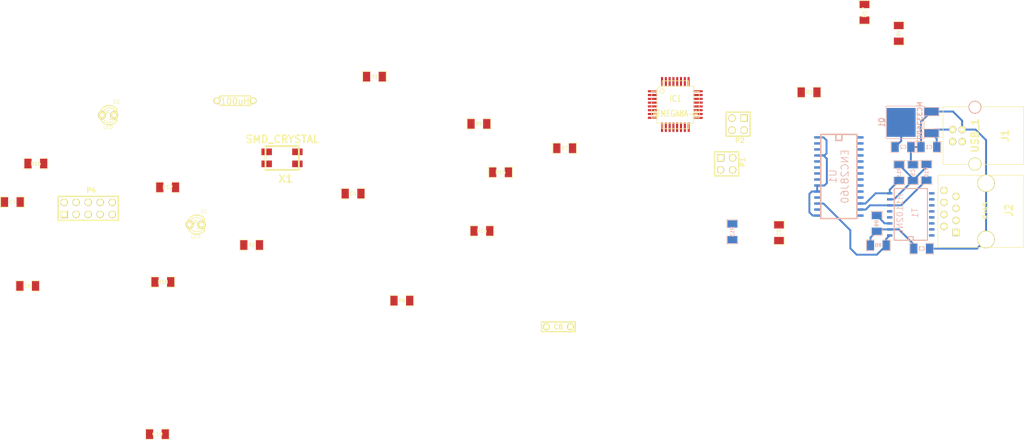
<source format=kicad_pcb>
(kicad_pcb (version 3) (host pcbnew "(2013-jul-07)-stable")

  (general
    (links 112)
    (no_connects 85)
    (area 22.133559 25.626059 238.787941 119.217441)
    (thickness 1.6002)
    (drawings 0)
    (tracks 69)
    (zones 0)
    (modules 41)
    (nets 40)
  )

  (page A4)
  (layers
    (15 Front signal)
    (0 Back signal)
    (16 B.Adhes user)
    (17 F.Adhes user)
    (18 B.Paste user)
    (19 F.Paste user)
    (20 B.SilkS user)
    (21 F.SilkS user)
    (22 B.Mask user)
    (23 F.Mask user)
    (24 Dwgs.User user)
    (25 Cmts.User user)
    (26 Eco1.User user)
    (27 Eco2.User user)
    (28 Edge.Cuts user)
  )

  (setup
    (last_trace_width 0.40386)
    (trace_clearance 0.15494)
    (zone_clearance 0.508)
    (zone_45_only no)
    (trace_min 0.2032)
    (segment_width 0.381)
    (edge_width 0.381)
    (via_size 1.48844)
    (via_drill 0.635)
    (via_min_size 0.889)
    (via_min_drill 0.508)
    (uvia_size 0.508)
    (uvia_drill 0.127)
    (uvias_allowed no)
    (uvia_min_size 0.508)
    (uvia_min_drill 0.127)
    (pcb_text_width 0.3048)
    (pcb_text_size 1.524 2.032)
    (mod_edge_width 0.381)
    (mod_text_size 1.524 1.524)
    (mod_text_width 0.3048)
    (pad_size 3.64998 3.64998)
    (pad_drill 3.2512)
    (pad_to_mask_clearance 0.254)
    (aux_axis_origin 0 0)
    (visible_elements FFFFFBBF)
    (pcbplotparams
      (layerselection 3178497)
      (usegerberextensions true)
      (excludeedgelayer true)
      (linewidth 0.150000)
      (plotframeref false)
      (viasonmask false)
      (mode 1)
      (useauxorigin false)
      (hpglpennumber 1)
      (hpglpenspeed 20)
      (hpglpendiameter 15)
      (hpglpenoverlay 0)
      (psnegative false)
      (psa4output false)
      (plotreference true)
      (plotvalue true)
      (plotothertext true)
      (plotinvisibletext false)
      (padsonsilk false)
      (subtractmaskfromsilk false)
      (outputformat 1)
      (mirror false)
      (drillshape 1)
      (scaleselection 1)
      (outputdirectory ""))
  )

  (net 0 "")
  (net 1 +3.3V)
  (net 2 GND)
  (net 3 N-000001)
  (net 4 N-0000010)
  (net 5 N-0000011)
  (net 6 N-0000012)
  (net 7 N-0000013)
  (net 8 N-000002)
  (net 9 N-0000027)
  (net 10 N-0000028)
  (net 11 N-000003)
  (net 12 N-0000031)
  (net 13 N-0000032)
  (net 14 N-0000033)
  (net 15 N-0000034)
  (net 16 N-0000035)
  (net 17 N-0000036)
  (net 18 N-0000037)
  (net 19 N-0000038)
  (net 20 N-0000039)
  (net 21 N-000004)
  (net 22 N-0000040)
  (net 23 N-0000041)
  (net 24 N-0000042)
  (net 25 N-0000045)
  (net 26 N-0000046)
  (net 27 N-0000047)
  (net 28 N-0000048)
  (net 29 N-0000049)
  (net 30 N-000005)
  (net 31 N-0000050)
  (net 32 N-0000052)
  (net 33 N-0000053)
  (net 34 N-0000059)
  (net 35 N-000006)
  (net 36 N-0000060)
  (net 37 N-000007)
  (net 38 N-000008)
  (net 39 N-000009)

  (net_class Default "Это класс цепей по умолчанию."
    (clearance 0.15494)
    (trace_width 0.40386)
    (via_dia 1.48844)
    (via_drill 0.635)
    (uvia_dia 0.508)
    (uvia_drill 0.127)
    (add_net "")
    (add_net +3.3V)
    (add_net GND)
    (add_net N-000001)
    (add_net N-0000010)
    (add_net N-0000011)
    (add_net N-0000012)
    (add_net N-0000013)
    (add_net N-000002)
    (add_net N-0000027)
    (add_net N-0000028)
    (add_net N-000003)
    (add_net N-0000031)
    (add_net N-0000032)
    (add_net N-0000033)
    (add_net N-0000034)
    (add_net N-0000035)
    (add_net N-0000036)
    (add_net N-0000037)
    (add_net N-0000038)
    (add_net N-0000039)
    (add_net N-000004)
    (add_net N-0000040)
    (add_net N-0000041)
    (add_net N-0000042)
    (add_net N-0000045)
    (add_net N-0000046)
    (add_net N-0000047)
    (add_net N-0000048)
    (add_net N-0000049)
    (add_net N-000005)
    (add_net N-0000050)
    (add_net N-0000052)
    (add_net N-0000053)
    (add_net N-0000059)
    (add_net N-000006)
    (add_net N-0000060)
    (add_net N-000007)
    (add_net N-000008)
    (add_net N-000009)
  )

  (module USB_B (layer Front) (tedit 48A935FA) (tstamp 534846BA)
    (at 228.2825 54.737 90)
    (tags USB)
    (path /527E212A)
    (fp_text reference J1 (at 0 6.35 90) (layer F.SilkS)
      (effects (font (size 1.524 1.524) (thickness 0.3048)))
    )
    (fp_text value USB_1 (at 0 0 90) (layer F.SilkS)
      (effects (font (size 1.524 1.524) (thickness 0.3048)))
    )
    (fp_line (start -6.096 10.287) (end 6.096 10.287) (layer F.SilkS) (width 0.127))
    (fp_line (start 6.096 10.287) (end 6.096 -6.731) (layer F.SilkS) (width 0.127))
    (fp_line (start 6.096 -6.731) (end -6.096 -6.731) (layer F.SilkS) (width 0.127))
    (fp_line (start -6.096 -6.731) (end -6.096 10.287) (layer F.SilkS) (width 0.127))
    (pad 1 thru_hole circle (at 1.27 -4.699 90) (size 1.524 1.524) (drill 0.8128)
      (layers *.Cu *.Mask F.SilkS)
      (net 8 N-000002)
    )
    (pad 2 thru_hole circle (at -1.27 -4.699 90) (size 1.524 1.524) (drill 0.8128)
      (layers *.Cu *.Mask F.SilkS)
    )
    (pad 3 thru_hole circle (at -1.27 -2.70002 90) (size 1.524 1.524) (drill 0.8128)
      (layers *.Cu *.Mask F.SilkS)
    )
    (pad 4 thru_hole circle (at 1.27 -2.70002 90) (size 1.524 1.524) (drill 0.8128)
      (layers *.Cu *.Mask F.SilkS)
      (net 2 GND)
    )
    (pad 5 np_thru_hole circle (at 5.99948 0 90) (size 2.70002 2.70002) (drill 2.30124)
      (layers *.Cu *.SilkS *.Mask)
    )
    (pad 6 thru_hole circle (at -5.99948 0 90) (size 2.70002 2.70002) (drill 2.30124)
      (layers *.Cu *.Mask F.SilkS)
    )
    (model connectors/USB_type_B.wrl
      (at (xyz 0 0 0.001))
      (scale (xyz 0.3937 0.3937 0.3937))
      (rotate (xyz 0 0 0))
    )
  )

  (module TQFP32 (layer Front) (tedit 43A670DA) (tstamp 534846F0)
    (at 165.1 48.1965)
    (path /53484181)
    (fp_text reference IC1 (at 0 -1.27) (layer F.SilkS)
      (effects (font (size 1.27 1.016) (thickness 0.2032)))
    )
    (fp_text value ATMEGA8A-A (at 0 1.905) (layer F.SilkS)
      (effects (font (size 1.27 1.016) (thickness 0.2032)))
    )
    (fp_line (start 5.0292 2.7686) (end 3.8862 2.7686) (layer F.SilkS) (width 0.1524))
    (fp_line (start 5.0292 -2.7686) (end 3.9116 -2.7686) (layer F.SilkS) (width 0.1524))
    (fp_line (start 5.0292 2.7686) (end 5.0292 -2.7686) (layer F.SilkS) (width 0.1524))
    (fp_line (start 2.794 3.9624) (end 2.794 5.0546) (layer F.SilkS) (width 0.1524))
    (fp_line (start -2.8194 3.9878) (end -2.8194 5.0546) (layer F.SilkS) (width 0.1524))
    (fp_line (start -2.8448 5.0546) (end 2.794 5.08) (layer F.SilkS) (width 0.1524))
    (fp_line (start -2.794 -5.0292) (end 2.7178 -5.0546) (layer F.SilkS) (width 0.1524))
    (fp_line (start -3.8862 -3.2766) (end -3.8862 3.9116) (layer F.SilkS) (width 0.1524))
    (fp_line (start 2.7432 -5.0292) (end 2.7432 -3.9878) (layer F.SilkS) (width 0.1524))
    (fp_line (start -3.2512 -3.8862) (end 3.81 -3.8862) (layer F.SilkS) (width 0.1524))
    (fp_line (start 3.8608 3.937) (end 3.8608 -3.7846) (layer F.SilkS) (width 0.1524))
    (fp_line (start -3.8862 3.937) (end 3.7338 3.937) (layer F.SilkS) (width 0.1524))
    (fp_line (start -5.0292 -2.8448) (end -5.0292 2.794) (layer F.SilkS) (width 0.1524))
    (fp_line (start -5.0292 2.794) (end -3.8862 2.794) (layer F.SilkS) (width 0.1524))
    (fp_line (start -3.87604 -3.302) (end -3.29184 -3.8862) (layer F.SilkS) (width 0.1524))
    (fp_line (start -5.02412 -2.8448) (end -3.87604 -2.8448) (layer F.SilkS) (width 0.1524))
    (fp_line (start -2.794 -3.8862) (end -2.794 -5.03428) (layer F.SilkS) (width 0.1524))
    (fp_circle (center -2.83972 -2.86004) (end -2.43332 -2.60604) (layer F.SilkS) (width 0.1524))
    (pad 8 smd rect (at -4.81584 2.77622) (size 1.99898 0.44958)
      (layers Front F.Paste F.Mask)
    )
    (pad 7 smd rect (at -4.81584 1.97612) (size 1.99898 0.44958)
      (layers Front F.Paste F.Mask)
    )
    (pad 6 smd rect (at -4.81584 1.17602) (size 1.99898 0.44958)
      (layers Front F.Paste F.Mask)
      (net 1 +3.3V)
    )
    (pad 5 smd rect (at -4.81584 0.37592) (size 1.99898 0.44958)
      (layers Front F.Paste F.Mask)
      (net 2 GND)
    )
    (pad 4 smd rect (at -4.81584 -0.42418) (size 1.99898 0.44958)
      (layers Front F.Paste F.Mask)
      (net 1 +3.3V)
    )
    (pad 3 smd rect (at -4.81584 -1.22428) (size 1.99898 0.44958)
      (layers Front F.Paste F.Mask)
      (net 2 GND)
    )
    (pad 2 smd rect (at -4.81584 -2.02438) (size 1.99898 0.44958)
      (layers Front F.Paste F.Mask)
    )
    (pad 1 smd rect (at -4.81584 -2.82448) (size 1.99898 0.44958)
      (layers Front F.Paste F.Mask)
    )
    (pad 24 smd rect (at 4.7498 -2.8194) (size 1.99898 0.44958)
      (layers Front F.Paste F.Mask)
    )
    (pad 17 smd rect (at 4.7498 2.794) (size 1.99898 0.44958)
      (layers Front F.Paste F.Mask)
      (net 12 N-0000031)
    )
    (pad 18 smd rect (at 4.7498 1.9812) (size 1.99898 0.44958)
      (layers Front F.Paste F.Mask)
      (net 1 +3.3V)
    )
    (pad 19 smd rect (at 4.7498 1.1684) (size 1.99898 0.44958)
      (layers Front F.Paste F.Mask)
      (net 27 N-0000047)
    )
    (pad 20 smd rect (at 4.7498 0.381) (size 1.99898 0.44958)
      (layers Front F.Paste F.Mask)
      (net 1 +3.3V)
    )
    (pad 21 smd rect (at 4.7498 -0.4318) (size 1.99898 0.44958)
      (layers Front F.Paste F.Mask)
      (net 2 GND)
    )
    (pad 22 smd rect (at 4.7498 -1.2192) (size 1.99898 0.44958)
      (layers Front F.Paste F.Mask)
      (net 24 N-0000042)
    )
    (pad 23 smd rect (at 4.7498 -2.032) (size 1.99898 0.44958)
      (layers Front F.Paste F.Mask)
    )
    (pad 32 smd rect (at -2.82448 -4.826) (size 0.44958 1.99898)
      (layers Front F.Paste F.Mask)
      (net 36 N-0000060)
    )
    (pad 31 smd rect (at -2.02692 -4.826) (size 0.44958 1.99898)
      (layers Front F.Paste F.Mask)
      (net 25 N-0000045)
    )
    (pad 30 smd rect (at -1.22428 -4.826) (size 0.44958 1.99898)
      (layers Front F.Paste F.Mask)
      (net 26 N-0000046)
    )
    (pad 29 smd rect (at -0.42672 -4.826) (size 0.44958 1.99898)
      (layers Front F.Paste F.Mask)
      (net 33 N-0000053)
    )
    (pad 28 smd rect (at 0.37592 -4.826) (size 0.44958 1.99898)
      (layers Front F.Paste F.Mask)
    )
    (pad 27 smd rect (at 1.17348 -4.826) (size 0.44958 1.99898)
      (layers Front F.Paste F.Mask)
    )
    (pad 26 smd rect (at 1.97612 -4.826) (size 0.44958 1.99898)
      (layers Front F.Paste F.Mask)
    )
    (pad 25 smd rect (at 2.77368 -4.826) (size 0.44958 1.99898)
      (layers Front F.Paste F.Mask)
    )
    (pad 9 smd rect (at -2.8194 4.7752) (size 0.44958 1.99898)
      (layers Front F.Paste F.Mask)
    )
    (pad 10 smd rect (at -2.032 4.7752) (size 0.44958 1.99898)
      (layers Front F.Paste F.Mask)
    )
    (pad 11 smd rect (at -1.2192 4.7752) (size 0.44958 1.99898)
      (layers Front F.Paste F.Mask)
    )
    (pad 12 smd rect (at -0.4318 4.7752) (size 0.44958 1.99898)
      (layers Front F.Paste F.Mask)
    )
    (pad 13 smd rect (at 0.3556 4.7752) (size 0.44958 1.99898)
      (layers Front F.Paste F.Mask)
    )
    (pad 14 smd rect (at 1.1684 4.7752) (size 0.44958 1.99898)
      (layers Front F.Paste F.Mask)
      (net 28 N-0000048)
    )
    (pad 15 smd rect (at 1.9812 4.7752) (size 0.44958 1.99898)
      (layers Front F.Paste F.Mask)
      (net 13 N-0000032)
    )
    (pad 16 smd rect (at 2.794 4.7752) (size 0.44958 1.99898)
      (layers Front F.Paste F.Mask)
      (net 29 N-0000049)
    )
    (model smd/tqfp32.wrl
      (at (xyz 0 0 0))
      (scale (xyz 1 1 1))
      (rotate (xyz 0 0 0))
    )
  )

  (module SO28 (layer Back) (tedit 428070DF) (tstamp 53484718)
    (at 199.5805 63.373 270)
    (descr "Module CMS SO 28 pins large")
    (tags "CMS SOJ SO SOIC")
    (path /52715C03)
    (attr smd)
    (fp_text reference U1 (at 0 1.26492 270) (layer B.SilkS)
      (effects (font (size 1.524 1.524) (thickness 0.1524)) (justify mirror))
    )
    (fp_text value ENC28J60 (at 0 -1.27 270) (layer B.SilkS)
      (effects (font (size 1.524 1.524) (thickness 0.1524)) (justify mirror))
    )
    (fp_line (start 8.89 2.54) (end 8.89 -3.81) (layer B.SilkS) (width 0.3048))
    (fp_line (start 8.89 -3.81) (end -8.89 -3.81) (layer B.SilkS) (width 0.3048))
    (fp_line (start -8.89 -3.81) (end -8.89 3.81) (layer B.SilkS) (width 0.3048))
    (fp_line (start -8.89 3.81) (end 8.89 3.81) (layer B.SilkS) (width 0.3048))
    (fp_line (start 8.89 3.81) (end 8.89 2.54) (layer B.SilkS) (width 0.3048))
    (fp_line (start -8.89 0.635) (end -7.62 0.635) (layer B.SilkS) (width 0.3048))
    (fp_line (start -7.62 0.635) (end -7.62 -0.635) (layer B.SilkS) (width 0.3048))
    (fp_line (start -7.62 -0.635) (end -8.89 -0.635) (layer B.SilkS) (width 0.3048))
    (pad 1 smd rect (at -8.255 -4.572 270) (size 0.508 1.27)
      (layers Back B.Paste B.Mask)
      (net 39 N-000009)
    )
    (pad 2 smd rect (at -6.985 -4.572 270) (size 0.508 1.27)
      (layers Back B.Paste B.Mask)
      (net 2 GND)
    )
    (pad 3 smd rect (at -5.715 -4.572 270) (size 0.508 1.27)
      (layers Back B.Paste B.Mask)
    )
    (pad 4 smd rect (at -4.445 -4.572 270) (size 0.508 1.27)
      (layers Back B.Paste B.Mask)
      (net 36 N-0000060)
    )
    (pad 5 smd rect (at -3.175 -4.572 270) (size 0.508 1.27)
      (layers Back B.Paste B.Mask)
    )
    (pad 6 smd rect (at -1.905 -4.572 270) (size 0.508 1.27)
      (layers Back B.Paste B.Mask)
      (net 29 N-0000049)
    )
    (pad 7 smd rect (at -0.635 -4.572 270) (size 0.508 1.27)
      (layers Back B.Paste B.Mask)
      (net 13 N-0000032)
    )
    (pad 8 smd rect (at 0.635 -4.572 270) (size 0.508 1.27)
      (layers Back B.Paste B.Mask)
      (net 12 N-0000031)
    )
    (pad 9 smd rect (at 1.905 -4.572 270) (size 0.508 1.27)
      (layers Back B.Paste B.Mask)
      (net 28 N-0000048)
    )
    (pad 10 smd rect (at 3.175 -4.572 270) (size 0.508 1.27)
      (layers Back B.Paste B.Mask)
      (net 38 N-000008)
    )
    (pad 11 smd rect (at 4.445 -4.572 270) (size 0.508 1.27)
      (layers Back B.Paste B.Mask)
      (net 2 GND)
    )
    (pad 12 smd rect (at 5.715 -4.572 270) (size 0.508 1.27)
      (layers Back B.Paste B.Mask)
      (net 32 N-0000052)
    )
    (pad 13 smd rect (at 6.985 -4.572 270) (size 0.508 1.27)
      (layers Back B.Paste B.Mask)
      (net 37 N-000007)
    )
    (pad 14 smd rect (at 8.255 -4.572 270) (size 0.508 1.27)
      (layers Back B.Paste B.Mask)
      (net 3 N-000001)
    )
    (pad 15 smd rect (at 8.255 4.572 270) (size 0.508 1.27)
      (layers Back B.Paste B.Mask)
      (net 1 +3.3V)
    )
    (pad 16 smd rect (at 6.985 4.572 270) (size 0.508 1.27)
      (layers Back B.Paste B.Mask)
      (net 4 N-0000010)
    )
    (pad 17 smd rect (at 5.715 4.572 270) (size 0.508 1.27)
      (layers Back B.Paste B.Mask)
      (net 5 N-0000011)
    )
    (pad 18 smd rect (at 4.445 4.572 270) (size 0.508 1.27)
      (layers Back B.Paste B.Mask)
      (net 2 GND)
    )
    (pad 19 smd rect (at 3.175 4.572 270) (size 0.508 1.27)
      (layers Back B.Paste B.Mask)
      (net 1 +3.3V)
    )
    (pad 20 smd rect (at 1.905 4.572 270) (size 0.508 1.27)
      (layers Back B.Paste B.Mask)
      (net 1 +3.3V)
    )
    (pad 21 smd rect (at 0.635 4.572 270) (size 0.508 1.27)
      (layers Back B.Paste B.Mask)
      (net 2 GND)
    )
    (pad 22 smd rect (at -0.635 4.572 270) (size 0.508 1.27)
      (layers Back B.Paste B.Mask)
      (net 2 GND)
    )
    (pad 23 smd rect (at -1.905 4.572 270) (size 0.508 1.27)
      (layers Back B.Paste B.Mask)
      (net 34 N-0000059)
    )
    (pad 24 smd rect (at -3.175 4.572 270) (size 0.508 1.27)
      (layers Back B.Paste B.Mask)
      (net 21 N-000004)
    )
    (pad 25 smd rect (at -4.445 4.572 270) (size 0.508 1.27)
      (layers Back B.Paste B.Mask)
      (net 1 +3.3V)
    )
    (pad 26 smd rect (at -5.715 4.572 270) (size 0.508 1.27)
      (layers Back B.Paste B.Mask)
      (net 17 N-0000036)
    )
    (pad 27 smd rect (at -6.985 4.572 270) (size 0.508 1.27)
      (layers Back B.Paste B.Mask)
      (net 11 N-000003)
    )
    (pad 28 smd rect (at -8.255 4.572 270) (size 0.508 1.27)
      (layers Back B.Paste B.Mask)
      (net 1 +3.3V)
    )
    (model smd/cms_soj28.wrl
      (at (xyz 0 0 0))
      (scale (xyz 0.5 0.55 0.5))
      (rotate (xyz 0 0 0))
    )
  )

  (module SM1206 (layer Front) (tedit 42806E24) (tstamp 53484724)
    (at 30.1625 60.6425)
    (path /5273CF01)
    (attr smd)
    (fp_text reference R16 (at 0 0) (layer F.SilkS)
      (effects (font (size 0.762 0.762) (thickness 0.127)))
    )
    (fp_text value 75 (at 0 0) (layer F.SilkS) hide
      (effects (font (size 0.762 0.762) (thickness 0.127)))
    )
    (fp_line (start -2.54 -1.143) (end -2.54 1.143) (layer F.SilkS) (width 0.127))
    (fp_line (start -2.54 1.143) (end -0.889 1.143) (layer F.SilkS) (width 0.127))
    (fp_line (start 0.889 -1.143) (end 2.54 -1.143) (layer F.SilkS) (width 0.127))
    (fp_line (start 2.54 -1.143) (end 2.54 1.143) (layer F.SilkS) (width 0.127))
    (fp_line (start 2.54 1.143) (end 0.889 1.143) (layer F.SilkS) (width 0.127))
    (fp_line (start -0.889 -1.143) (end -2.54 -1.143) (layer F.SilkS) (width 0.127))
    (pad 1 smd rect (at -1.651 0) (size 1.524 2.032)
      (layers Front F.Paste F.Mask)
      (net 18 N-0000037)
    )
    (pad 2 smd rect (at 1.651 0) (size 1.524 2.032)
      (layers Front F.Paste F.Mask)
      (net 31 N-0000050)
    )
    (model smd/chip_cms.wrl
      (at (xyz 0 0 0))
      (scale (xyz 0.17 0.16 0.16))
      (rotate (xyz 0 0 0))
    )
  )

  (module SM1206 (layer Front) (tedit 42806E24) (tstamp 53484730)
    (at 56.9595 85.6615)
    (path /53484708)
    (attr smd)
    (fp_text reference R18 (at 0 0) (layer F.SilkS)
      (effects (font (size 0.762 0.762) (thickness 0.127)))
    )
    (fp_text value 10K (at 0 0) (layer F.SilkS) hide
      (effects (font (size 0.762 0.762) (thickness 0.127)))
    )
    (fp_line (start -2.54 -1.143) (end -2.54 1.143) (layer F.SilkS) (width 0.127))
    (fp_line (start -2.54 1.143) (end -0.889 1.143) (layer F.SilkS) (width 0.127))
    (fp_line (start 0.889 -1.143) (end 2.54 -1.143) (layer F.SilkS) (width 0.127))
    (fp_line (start 2.54 -1.143) (end 2.54 1.143) (layer F.SilkS) (width 0.127))
    (fp_line (start 2.54 1.143) (end 0.889 1.143) (layer F.SilkS) (width 0.127))
    (fp_line (start -0.889 -1.143) (end -2.54 -1.143) (layer F.SilkS) (width 0.127))
    (pad 1 smd rect (at -1.651 0) (size 1.524 2.032)
      (layers Front F.Paste F.Mask)
      (net 1 +3.3V)
    )
    (pad 2 smd rect (at 1.651 0) (size 1.524 2.032)
      (layers Front F.Paste F.Mask)
      (net 28 N-0000048)
    )
    (model smd/chip_cms.wrl
      (at (xyz 0 0 0))
      (scale (xyz 0.17 0.16 0.16))
      (rotate (xyz 0 0 0))
    )
  )

  (module SM1206 (layer Back) (tedit 42806E24) (tstamp 5348578E)
    (at 207.899 77.9145)
    (path /52715FF8)
    (attr smd)
    (fp_text reference R8 (at 0 0) (layer B.SilkS)
      (effects (font (size 0.762 0.762) (thickness 0.127)) (justify mirror))
    )
    (fp_text value 50 (at 0 0) (layer B.SilkS) hide
      (effects (font (size 0.762 0.762) (thickness 0.127)) (justify mirror))
    )
    (fp_line (start -2.54 1.143) (end -2.54 -1.143) (layer B.SilkS) (width 0.127))
    (fp_line (start -2.54 -1.143) (end -0.889 -1.143) (layer B.SilkS) (width 0.127))
    (fp_line (start 0.889 1.143) (end 2.54 1.143) (layer B.SilkS) (width 0.127))
    (fp_line (start 2.54 1.143) (end 2.54 -1.143) (layer B.SilkS) (width 0.127))
    (fp_line (start 2.54 -1.143) (end 0.889 -1.143) (layer B.SilkS) (width 0.127))
    (fp_line (start -0.889 1.143) (end -2.54 1.143) (layer B.SilkS) (width 0.127))
    (pad 1 smd rect (at -1.651 0) (size 1.524 2.032)
      (layers Back B.Paste B.Mask)
      (net 35 N-000006)
    )
    (pad 2 smd rect (at 1.651 0) (size 1.524 2.032)
      (layers Back B.Paste B.Mask)
      (net 5 N-0000011)
    )
    (model smd/chip_cms.wrl
      (at (xyz 0 0 0))
      (scale (xyz 0.17 0.16 0.16))
      (rotate (xyz 0 0 0))
    )
  )

  (module SM1206 (layer Back) (tedit 42806E24) (tstamp 5348579B)
    (at 207.5815 73.279 90)
    (path /52715FF7)
    (attr smd)
    (fp_text reference R9 (at 0 0 90) (layer B.SilkS)
      (effects (font (size 0.762 0.762) (thickness 0.127)) (justify mirror))
    )
    (fp_text value 50 (at 0 0 90) (layer B.SilkS) hide
      (effects (font (size 0.762 0.762) (thickness 0.127)) (justify mirror))
    )
    (fp_line (start -2.54 1.143) (end -2.54 -1.143) (layer B.SilkS) (width 0.127))
    (fp_line (start -2.54 -1.143) (end -0.889 -1.143) (layer B.SilkS) (width 0.127))
    (fp_line (start 0.889 1.143) (end 2.54 1.143) (layer B.SilkS) (width 0.127))
    (fp_line (start 2.54 1.143) (end 2.54 -1.143) (layer B.SilkS) (width 0.127))
    (fp_line (start 2.54 -1.143) (end 0.889 -1.143) (layer B.SilkS) (width 0.127))
    (fp_line (start -0.889 1.143) (end -2.54 1.143) (layer B.SilkS) (width 0.127))
    (pad 1 smd rect (at -1.651 0 90) (size 1.524 2.032)
      (layers Back B.Paste B.Mask)
      (net 35 N-000006)
    )
    (pad 2 smd rect (at 1.651 0 90) (size 1.524 2.032)
      (layers Back B.Paste B.Mask)
      (net 4 N-0000010)
    )
    (model smd/chip_cms.wrl
      (at (xyz 0 0 0))
      (scale (xyz 0.17 0.16 0.16))
      (rotate (xyz 0 0 0))
    )
  )

  (module SM1206 (layer Back) (tedit 42806E24) (tstamp 53484754)
    (at 217.043 78.613)
    (path /52715FF6)
    (attr smd)
    (fp_text reference C3 (at 0 0) (layer B.SilkS)
      (effects (font (size 0.762 0.762) (thickness 0.127)) (justify mirror))
    )
    (fp_text value 10nF (at 0 0) (layer B.SilkS) hide
      (effects (font (size 0.762 0.762) (thickness 0.127)) (justify mirror))
    )
    (fp_line (start -2.54 1.143) (end -2.54 -1.143) (layer B.SilkS) (width 0.127))
    (fp_line (start -2.54 -1.143) (end -0.889 -1.143) (layer B.SilkS) (width 0.127))
    (fp_line (start 0.889 1.143) (end 2.54 1.143) (layer B.SilkS) (width 0.127))
    (fp_line (start 2.54 1.143) (end 2.54 -1.143) (layer B.SilkS) (width 0.127))
    (fp_line (start 2.54 -1.143) (end 0.889 -1.143) (layer B.SilkS) (width 0.127))
    (fp_line (start -0.889 1.143) (end -2.54 1.143) (layer B.SilkS) (width 0.127))
    (pad 1 smd rect (at -1.651 0) (size 1.524 2.032)
      (layers Back B.Paste B.Mask)
      (net 35 N-000006)
    )
    (pad 2 smd rect (at 1.651 0) (size 1.524 2.032)
      (layers Back B.Paste B.Mask)
      (net 2 GND)
    )
    (model smd/chip_cms.wrl
      (at (xyz 0 0 0))
      (scale (xyz 0.17 0.16 0.16))
      (rotate (xyz 0 0 0))
    )
  )

  (module SM1206 (layer Back) (tedit 42806E24) (tstamp 53484760)
    (at 215.2015 62.5475 90)
    (path /52715FC6)
    (attr smd)
    (fp_text reference C5 (at 0 0 90) (layer B.SilkS)
      (effects (font (size 0.762 0.762) (thickness 0.127)) (justify mirror))
    )
    (fp_text value 10nF (at 0 0 90) (layer B.SilkS) hide
      (effects (font (size 0.762 0.762) (thickness 0.127)) (justify mirror))
    )
    (fp_line (start -2.54 1.143) (end -2.54 -1.143) (layer B.SilkS) (width 0.127))
    (fp_line (start -2.54 -1.143) (end -0.889 -1.143) (layer B.SilkS) (width 0.127))
    (fp_line (start 0.889 1.143) (end 2.54 1.143) (layer B.SilkS) (width 0.127))
    (fp_line (start 2.54 1.143) (end 2.54 -1.143) (layer B.SilkS) (width 0.127))
    (fp_line (start 2.54 -1.143) (end 0.889 -1.143) (layer B.SilkS) (width 0.127))
    (fp_line (start -0.889 1.143) (end -2.54 1.143) (layer B.SilkS) (width 0.127))
    (pad 1 smd rect (at -1.651 0 90) (size 1.524 2.032)
      (layers Back B.Paste B.Mask)
      (net 6 N-0000012)
    )
    (pad 2 smd rect (at 1.651 0 90) (size 1.524 2.032)
      (layers Back B.Paste B.Mask)
      (net 2 GND)
    )
    (model smd/chip_cms.wrl
      (at (xyz 0 0 0))
      (scale (xyz 0.17 0.16 0.16))
      (rotate (xyz 0 0 0))
    )
  )

  (module SM1206 (layer Back) (tedit 42806E24) (tstamp 5348476C)
    (at 212.2805 62.5475 270)
    (path /52715FB4)
    (attr smd)
    (fp_text reference R11 (at 0 0 270) (layer B.SilkS)
      (effects (font (size 0.762 0.762) (thickness 0.127)) (justify mirror))
    )
    (fp_text value 50 (at 0 0 270) (layer B.SilkS) hide
      (effects (font (size 0.762 0.762) (thickness 0.127)) (justify mirror))
    )
    (fp_line (start -2.54 1.143) (end -2.54 -1.143) (layer B.SilkS) (width 0.127))
    (fp_line (start -2.54 -1.143) (end -0.889 -1.143) (layer B.SilkS) (width 0.127))
    (fp_line (start 0.889 1.143) (end 2.54 1.143) (layer B.SilkS) (width 0.127))
    (fp_line (start 2.54 1.143) (end 2.54 -1.143) (layer B.SilkS) (width 0.127))
    (fp_line (start 2.54 -1.143) (end 0.889 -1.143) (layer B.SilkS) (width 0.127))
    (fp_line (start -0.889 1.143) (end -2.54 1.143) (layer B.SilkS) (width 0.127))
    (pad 1 smd rect (at -1.651 0 270) (size 1.524 2.032)
      (layers Back B.Paste B.Mask)
      (net 6 N-0000012)
    )
    (pad 2 smd rect (at 1.651 0 270) (size 1.524 2.032)
      (layers Back B.Paste B.Mask)
      (net 32 N-0000052)
    )
    (model smd/chip_cms.wrl
      (at (xyz 0 0 0))
      (scale (xyz 0.17 0.16 0.16))
      (rotate (xyz 0 0 0))
    )
  )

  (module SM1206 (layer Back) (tedit 42806E24) (tstamp 53485BC3)
    (at 218.059 62.484 270)
    (path /52715FB1)
    (attr smd)
    (fp_text reference R10 (at 0 0 270) (layer B.SilkS)
      (effects (font (size 0.762 0.762) (thickness 0.127)) (justify mirror))
    )
    (fp_text value 50 (at 0 0 270) (layer B.SilkS) hide
      (effects (font (size 0.762 0.762) (thickness 0.127)) (justify mirror))
    )
    (fp_line (start -2.54 1.143) (end -2.54 -1.143) (layer B.SilkS) (width 0.127))
    (fp_line (start -2.54 -1.143) (end -0.889 -1.143) (layer B.SilkS) (width 0.127))
    (fp_line (start 0.889 1.143) (end 2.54 1.143) (layer B.SilkS) (width 0.127))
    (fp_line (start 2.54 1.143) (end 2.54 -1.143) (layer B.SilkS) (width 0.127))
    (fp_line (start 2.54 -1.143) (end 0.889 -1.143) (layer B.SilkS) (width 0.127))
    (fp_line (start -0.889 1.143) (end -2.54 1.143) (layer B.SilkS) (width 0.127))
    (pad 1 smd rect (at -1.651 0 270) (size 1.524 2.032)
      (layers Back B.Paste B.Mask)
      (net 6 N-0000012)
    )
    (pad 2 smd rect (at 1.651 0 270) (size 1.524 2.032)
      (layers Back B.Paste B.Mask)
      (net 37 N-000007)
    )
    (model smd/chip_cms.wrl
      (at (xyz 0 0 0))
      (scale (xyz 0.17 0.16 0.16))
      (rotate (xyz 0 0 0))
    )
  )

  (module SM1206 (layer Front) (tedit 42806E24) (tstamp 53484784)
    (at 25.2095 68.7705)
    (path /52715F1D)
    (attr smd)
    (fp_text reference C7 (at 0 0) (layer F.SilkS)
      (effects (font (size 0.762 0.762) (thickness 0.127)))
    )
    (fp_text value 16p (at 0 0) (layer F.SilkS) hide
      (effects (font (size 0.762 0.762) (thickness 0.127)))
    )
    (fp_line (start -2.54 -1.143) (end -2.54 1.143) (layer F.SilkS) (width 0.127))
    (fp_line (start -2.54 1.143) (end -0.889 1.143) (layer F.SilkS) (width 0.127))
    (fp_line (start 0.889 -1.143) (end 2.54 -1.143) (layer F.SilkS) (width 0.127))
    (fp_line (start 2.54 -1.143) (end 2.54 1.143) (layer F.SilkS) (width 0.127))
    (fp_line (start 2.54 1.143) (end 0.889 1.143) (layer F.SilkS) (width 0.127))
    (fp_line (start -0.889 -1.143) (end -2.54 -1.143) (layer F.SilkS) (width 0.127))
    (pad 1 smd rect (at -1.651 0) (size 1.524 2.032)
      (layers Front F.Paste F.Mask)
      (net 2 GND)
    )
    (pad 2 smd rect (at 1.651 0) (size 1.524 2.032)
      (layers Front F.Paste F.Mask)
      (net 21 N-000004)
    )
    (model smd/chip_cms.wrl
      (at (xyz 0 0 0))
      (scale (xyz 0.17 0.16 0.16))
      (rotate (xyz 0 0 0))
    )
  )

  (module SM1206 (layer Front) (tedit 42806E24) (tstamp 53484790)
    (at 28.448 86.487)
    (path /52715F13)
    (attr smd)
    (fp_text reference C6 (at 0 0) (layer F.SilkS)
      (effects (font (size 0.762 0.762) (thickness 0.127)))
    )
    (fp_text value 16p (at 0 0) (layer F.SilkS) hide
      (effects (font (size 0.762 0.762) (thickness 0.127)))
    )
    (fp_line (start -2.54 -1.143) (end -2.54 1.143) (layer F.SilkS) (width 0.127))
    (fp_line (start -2.54 1.143) (end -0.889 1.143) (layer F.SilkS) (width 0.127))
    (fp_line (start 0.889 -1.143) (end 2.54 -1.143) (layer F.SilkS) (width 0.127))
    (fp_line (start 2.54 -1.143) (end 2.54 1.143) (layer F.SilkS) (width 0.127))
    (fp_line (start 2.54 1.143) (end 0.889 1.143) (layer F.SilkS) (width 0.127))
    (fp_line (start -0.889 -1.143) (end -2.54 -1.143) (layer F.SilkS) (width 0.127))
    (pad 1 smd rect (at -1.651 0) (size 1.524 2.032)
      (layers Front F.Paste F.Mask)
      (net 2 GND)
    )
    (pad 2 smd rect (at 1.651 0) (size 1.524 2.032)
      (layers Front F.Paste F.Mask)
      (net 34 N-0000059)
    )
    (model smd/chip_cms.wrl
      (at (xyz 0 0 0))
      (scale (xyz 0.17 0.16 0.16))
      (rotate (xyz 0 0 0))
    )
  )

  (module SM1206 (layer Front) (tedit 42806E24) (tstamp 5348479C)
    (at 141.732 57.404)
    (path /52715EB0)
    (attr smd)
    (fp_text reference R7 (at 0 0) (layer F.SilkS)
      (effects (font (size 0.762 0.762) (thickness 0.127)))
    )
    (fp_text value 10K (at 0 0) (layer F.SilkS) hide
      (effects (font (size 0.762 0.762) (thickness 0.127)))
    )
    (fp_line (start -2.54 -1.143) (end -2.54 1.143) (layer F.SilkS) (width 0.127))
    (fp_line (start -2.54 1.143) (end -0.889 1.143) (layer F.SilkS) (width 0.127))
    (fp_line (start 0.889 -1.143) (end 2.54 -1.143) (layer F.SilkS) (width 0.127))
    (fp_line (start 2.54 -1.143) (end 2.54 1.143) (layer F.SilkS) (width 0.127))
    (fp_line (start 2.54 1.143) (end 0.889 1.143) (layer F.SilkS) (width 0.127))
    (fp_line (start -0.889 -1.143) (end -2.54 -1.143) (layer F.SilkS) (width 0.127))
    (pad 1 smd rect (at -1.651 0) (size 1.524 2.032)
      (layers Front F.Paste F.Mask)
      (net 1 +3.3V)
    )
    (pad 2 smd rect (at 1.651 0) (size 1.524 2.032)
      (layers Front F.Paste F.Mask)
      (net 38 N-000008)
    )
    (model smd/chip_cms.wrl
      (at (xyz 0 0 0))
      (scale (xyz 0.17 0.16 0.16))
      (rotate (xyz 0 0 0))
    )
  )

  (module SM1206 (layer Front) (tedit 42806E24) (tstamp 534847A8)
    (at 57.9755 65.659)
    (path /52715E78)
    (attr smd)
    (fp_text reference R12 (at 0 0) (layer F.SilkS)
      (effects (font (size 0.762 0.762) (thickness 0.127)))
    )
    (fp_text value "2K 1%" (at 0 0) (layer F.SilkS) hide
      (effects (font (size 0.762 0.762) (thickness 0.127)))
    )
    (fp_line (start -2.54 -1.143) (end -2.54 1.143) (layer F.SilkS) (width 0.127))
    (fp_line (start -2.54 1.143) (end -0.889 1.143) (layer F.SilkS) (width 0.127))
    (fp_line (start 0.889 -1.143) (end 2.54 -1.143) (layer F.SilkS) (width 0.127))
    (fp_line (start 2.54 -1.143) (end 2.54 1.143) (layer F.SilkS) (width 0.127))
    (fp_line (start 2.54 1.143) (end 0.889 1.143) (layer F.SilkS) (width 0.127))
    (fp_line (start -0.889 -1.143) (end -2.54 -1.143) (layer F.SilkS) (width 0.127))
    (pad 1 smd rect (at -1.651 0) (size 1.524 2.032)
      (layers Front F.Paste F.Mask)
      (net 2 GND)
    )
    (pad 2 smd rect (at 1.651 0) (size 1.524 2.032)
      (layers Front F.Paste F.Mask)
      (net 3 N-000001)
    )
    (model smd/chip_cms.wrl
      (at (xyz 0 0 0))
      (scale (xyz 0.17 0.16 0.16))
      (rotate (xyz 0 0 0))
    )
  )

  (module SM1206 (layer Front) (tedit 42806E24) (tstamp 534847B4)
    (at 212.217 33.147 90)
    (path /53485859)
    (attr smd)
    (fp_text reference R4 (at 0 0 90) (layer F.SilkS)
      (effects (font (size 0.762 0.762) (thickness 0.127)))
    )
    (fp_text value 50 (at 0 0 90) (layer F.SilkS) hide
      (effects (font (size 0.762 0.762) (thickness 0.127)))
    )
    (fp_line (start -2.54 -1.143) (end -2.54 1.143) (layer F.SilkS) (width 0.127))
    (fp_line (start -2.54 1.143) (end -0.889 1.143) (layer F.SilkS) (width 0.127))
    (fp_line (start 0.889 -1.143) (end 2.54 -1.143) (layer F.SilkS) (width 0.127))
    (fp_line (start 2.54 -1.143) (end 2.54 1.143) (layer F.SilkS) (width 0.127))
    (fp_line (start 2.54 1.143) (end 0.889 1.143) (layer F.SilkS) (width 0.127))
    (fp_line (start -0.889 -1.143) (end -2.54 -1.143) (layer F.SilkS) (width 0.127))
    (pad 1 smd rect (at -1.651 0 90) (size 1.524 2.032)
      (layers Front F.Paste F.Mask)
      (net 26 N-0000046)
    )
    (pad 2 smd rect (at 1.651 0 90) (size 1.524 2.032)
      (layers Front F.Paste F.Mask)
      (net 9 N-0000027)
    )
    (model smd/chip_cms.wrl
      (at (xyz 0 0 0))
      (scale (xyz 0.17 0.16 0.16))
      (rotate (xyz 0 0 0))
    )
  )

  (module SM1206 (layer Front) (tedit 42806E24) (tstamp 534847C0)
    (at 204.978 28.702 90)
    (path /53485868)
    (attr smd)
    (fp_text reference R17 (at 0 0 90) (layer F.SilkS)
      (effects (font (size 0.762 0.762) (thickness 0.127)))
    )
    (fp_text value 50 (at 0 0 90) (layer F.SilkS) hide
      (effects (font (size 0.762 0.762) (thickness 0.127)))
    )
    (fp_line (start -2.54 -1.143) (end -2.54 1.143) (layer F.SilkS) (width 0.127))
    (fp_line (start -2.54 1.143) (end -0.889 1.143) (layer F.SilkS) (width 0.127))
    (fp_line (start 0.889 -1.143) (end 2.54 -1.143) (layer F.SilkS) (width 0.127))
    (fp_line (start 2.54 -1.143) (end 2.54 1.143) (layer F.SilkS) (width 0.127))
    (fp_line (start 2.54 1.143) (end 0.889 1.143) (layer F.SilkS) (width 0.127))
    (fp_line (start -0.889 -1.143) (end -2.54 -1.143) (layer F.SilkS) (width 0.127))
    (pad 1 smd rect (at -1.651 0 90) (size 1.524 2.032)
      (layers Front F.Paste F.Mask)
      (net 25 N-0000045)
    )
    (pad 2 smd rect (at 1.651 0 90) (size 1.524 2.032)
      (layers Front F.Paste F.Mask)
      (net 10 N-0000028)
    )
    (model smd/chip_cms.wrl
      (at (xyz 0 0 0))
      (scale (xyz 0.17 0.16 0.16))
      (rotate (xyz 0 0 0))
    )
  )

  (module SM1206 (layer Back) (tedit 42806E24) (tstamp 534847CC)
    (at 218.567 57.15 180)
    (path /5273FCD9)
    (attr smd)
    (fp_text reference C1 (at 0 0 180) (layer B.SilkS)
      (effects (font (size 0.762 0.762) (thickness 0.127)) (justify mirror))
    )
    (fp_text value 0.33uF (at 0 0 180) (layer B.SilkS) hide
      (effects (font (size 0.762 0.762) (thickness 0.127)) (justify mirror))
    )
    (fp_line (start -2.54 1.143) (end -2.54 -1.143) (layer B.SilkS) (width 0.127))
    (fp_line (start -2.54 -1.143) (end -0.889 -1.143) (layer B.SilkS) (width 0.127))
    (fp_line (start 0.889 1.143) (end 2.54 1.143) (layer B.SilkS) (width 0.127))
    (fp_line (start 2.54 1.143) (end 2.54 -1.143) (layer B.SilkS) (width 0.127))
    (fp_line (start 2.54 -1.143) (end 0.889 -1.143) (layer B.SilkS) (width 0.127))
    (fp_line (start -0.889 1.143) (end -2.54 1.143) (layer B.SilkS) (width 0.127))
    (pad 1 smd rect (at -1.651 0 180) (size 1.524 2.032)
      (layers Back B.Paste B.Mask)
      (net 8 N-000002)
    )
    (pad 2 smd rect (at 1.651 0 180) (size 1.524 2.032)
      (layers Back B.Paste B.Mask)
      (net 2 GND)
    )
    (model smd/chip_cms.wrl
      (at (xyz 0 0 0))
      (scale (xyz 0.17 0.16 0.16))
      (rotate (xyz 0 0 0))
    )
  )

  (module SM1206 (layer Front) (tedit 42806E24) (tstamp 534847D8)
    (at 55.8165 117.7925)
    (path /52755EA7)
    (attr smd)
    (fp_text reference C10 (at 0 0) (layer F.SilkS)
      (effects (font (size 0.762 0.762) (thickness 0.127)))
    )
    (fp_text value 100nF (at 0 0) (layer F.SilkS) hide
      (effects (font (size 0.762 0.762) (thickness 0.127)))
    )
    (fp_line (start -2.54 -1.143) (end -2.54 1.143) (layer F.SilkS) (width 0.127))
    (fp_line (start -2.54 1.143) (end -0.889 1.143) (layer F.SilkS) (width 0.127))
    (fp_line (start 0.889 -1.143) (end 2.54 -1.143) (layer F.SilkS) (width 0.127))
    (fp_line (start 2.54 -1.143) (end 2.54 1.143) (layer F.SilkS) (width 0.127))
    (fp_line (start 2.54 1.143) (end 0.889 1.143) (layer F.SilkS) (width 0.127))
    (fp_line (start -0.889 -1.143) (end -2.54 -1.143) (layer F.SilkS) (width 0.127))
    (pad 1 smd rect (at -1.651 0) (size 1.524 2.032)
      (layers Front F.Paste F.Mask)
      (net 1 +3.3V)
    )
    (pad 2 smd rect (at 1.651 0) (size 1.524 2.032)
      (layers Front F.Paste F.Mask)
      (net 2 GND)
    )
    (model smd/chip_cms.wrl
      (at (xyz 0 0 0))
      (scale (xyz 0.17 0.16 0.16))
      (rotate (xyz 0 0 0))
    )
  )

  (module SM1206 (layer Front) (tedit 42806E24) (tstamp 534847E4)
    (at 186.944 75.2475 90)
    (path /52755E1D)
    (attr smd)
    (fp_text reference C9 (at 0 0 90) (layer F.SilkS)
      (effects (font (size 0.762 0.762) (thickness 0.127)))
    )
    (fp_text value 100nF (at 0 0 90) (layer F.SilkS) hide
      (effects (font (size 0.762 0.762) (thickness 0.127)))
    )
    (fp_line (start -2.54 -1.143) (end -2.54 1.143) (layer F.SilkS) (width 0.127))
    (fp_line (start -2.54 1.143) (end -0.889 1.143) (layer F.SilkS) (width 0.127))
    (fp_line (start 0.889 -1.143) (end 2.54 -1.143) (layer F.SilkS) (width 0.127))
    (fp_line (start 2.54 -1.143) (end 2.54 1.143) (layer F.SilkS) (width 0.127))
    (fp_line (start 2.54 1.143) (end 0.889 1.143) (layer F.SilkS) (width 0.127))
    (fp_line (start -0.889 -1.143) (end -2.54 -1.143) (layer F.SilkS) (width 0.127))
    (pad 1 smd rect (at -1.651 0 90) (size 1.524 2.032)
      (layers Front F.Paste F.Mask)
      (net 1 +3.3V)
    )
    (pad 2 smd rect (at 1.651 0 90) (size 1.524 2.032)
      (layers Front F.Paste F.Mask)
      (net 2 GND)
    )
    (model smd/chip_cms.wrl
      (at (xyz 0 0 0))
      (scale (xyz 0.17 0.16 0.16))
      (rotate (xyz 0 0 0))
    )
  )

  (module SM1206 (layer Front) (tedit 42806E24) (tstamp 534847F0)
    (at 97.0915 66.9925)
    (path /52751D03)
    (attr smd)
    (fp_text reference C4 (at 0 0) (layer F.SilkS)
      (effects (font (size 0.762 0.762) (thickness 0.127)))
    )
    (fp_text value 10uF (at 0 0) (layer F.SilkS) hide
      (effects (font (size 0.762 0.762) (thickness 0.127)))
    )
    (fp_line (start -2.54 -1.143) (end -2.54 1.143) (layer F.SilkS) (width 0.127))
    (fp_line (start -2.54 1.143) (end -0.889 1.143) (layer F.SilkS) (width 0.127))
    (fp_line (start 0.889 -1.143) (end 2.54 -1.143) (layer F.SilkS) (width 0.127))
    (fp_line (start 2.54 -1.143) (end 2.54 1.143) (layer F.SilkS) (width 0.127))
    (fp_line (start 2.54 1.143) (end 0.889 1.143) (layer F.SilkS) (width 0.127))
    (fp_line (start -0.889 -1.143) (end -2.54 -1.143) (layer F.SilkS) (width 0.127))
    (pad 1 smd rect (at -1.651 0) (size 1.524 2.032)
      (layers Front F.Paste F.Mask)
      (net 2 GND)
    )
    (pad 2 smd rect (at 1.651 0) (size 1.524 2.032)
      (layers Front F.Paste F.Mask)
      (net 39 N-000009)
    )
    (model smd/chip_cms.wrl
      (at (xyz 0 0 0))
      (scale (xyz 0.17 0.16 0.16))
      (rotate (xyz 0 0 0))
    )
  )

  (module SM1206 (layer Front) (tedit 42806E24) (tstamp 534847FC)
    (at 193.294 45.593 180)
    (path /5274C4B6)
    (attr smd)
    (fp_text reference R3 (at 0 0 180) (layer F.SilkS)
      (effects (font (size 0.762 0.762) (thickness 0.127)))
    )
    (fp_text value 10K (at 0 0 180) (layer F.SilkS) hide
      (effects (font (size 0.762 0.762) (thickness 0.127)))
    )
    (fp_line (start -2.54 -1.143) (end -2.54 1.143) (layer F.SilkS) (width 0.127))
    (fp_line (start -2.54 1.143) (end -0.889 1.143) (layer F.SilkS) (width 0.127))
    (fp_line (start 0.889 -1.143) (end 2.54 -1.143) (layer F.SilkS) (width 0.127))
    (fp_line (start 2.54 -1.143) (end 2.54 1.143) (layer F.SilkS) (width 0.127))
    (fp_line (start 2.54 1.143) (end 0.889 1.143) (layer F.SilkS) (width 0.127))
    (fp_line (start -0.889 -1.143) (end -2.54 -1.143) (layer F.SilkS) (width 0.127))
    (pad 1 smd rect (at -1.651 0 180) (size 1.524 2.032)
      (layers Front F.Paste F.Mask)
      (net 33 N-0000053)
    )
    (pad 2 smd rect (at 1.651 0 180) (size 1.524 2.032)
      (layers Front F.Paste F.Mask)
      (net 1 +3.3V)
    )
    (model smd/chip_cms.wrl
      (at (xyz 0 0 0))
      (scale (xyz 0.17 0.16 0.16))
      (rotate (xyz 0 0 0))
    )
  )

  (module SM1206 (layer Back) (tedit 42806E24) (tstamp 53485CE7)
    (at 213.106 57.15)
    (path /5273FCDE)
    (attr smd)
    (fp_text reference C2 (at 0 0) (layer B.SilkS)
      (effects (font (size 0.762 0.762) (thickness 0.127)) (justify mirror))
    )
    (fp_text value 10uF (at 0 0) (layer B.SilkS) hide
      (effects (font (size 0.762 0.762) (thickness 0.127)) (justify mirror))
    )
    (fp_line (start -2.54 1.143) (end -2.54 -1.143) (layer B.SilkS) (width 0.127))
    (fp_line (start -2.54 -1.143) (end -0.889 -1.143) (layer B.SilkS) (width 0.127))
    (fp_line (start 0.889 1.143) (end 2.54 1.143) (layer B.SilkS) (width 0.127))
    (fp_line (start 2.54 1.143) (end 2.54 -1.143) (layer B.SilkS) (width 0.127))
    (fp_line (start 2.54 -1.143) (end 0.889 -1.143) (layer B.SilkS) (width 0.127))
    (fp_line (start -0.889 1.143) (end -2.54 1.143) (layer B.SilkS) (width 0.127))
    (pad 1 smd rect (at -1.651 0) (size 1.524 2.032)
      (layers Back B.Paste B.Mask)
      (net 1 +3.3V)
    )
    (pad 2 smd rect (at 1.651 0) (size 1.524 2.032)
      (layers Back B.Paste B.Mask)
      (net 2 GND)
    )
    (model smd/chip_cms.wrl
      (at (xyz 0 0 0))
      (scale (xyz 0.17 0.16 0.16))
      (rotate (xyz 0 0 0))
    )
  )

  (module SM1206 (layer Front) (tedit 42806E24) (tstamp 53484814)
    (at 128.2065 62.484)
    (path /5273CF09)
    (attr smd)
    (fp_text reference R15 (at 0 0) (layer F.SilkS)
      (effects (font (size 0.762 0.762) (thickness 0.127)))
    )
    (fp_text value 75 (at 0 0) (layer F.SilkS) hide
      (effects (font (size 0.762 0.762) (thickness 0.127)))
    )
    (fp_line (start -2.54 -1.143) (end -2.54 1.143) (layer F.SilkS) (width 0.127))
    (fp_line (start -2.54 1.143) (end -0.889 1.143) (layer F.SilkS) (width 0.127))
    (fp_line (start 0.889 -1.143) (end 2.54 -1.143) (layer F.SilkS) (width 0.127))
    (fp_line (start 2.54 -1.143) (end 2.54 1.143) (layer F.SilkS) (width 0.127))
    (fp_line (start 2.54 1.143) (end 0.889 1.143) (layer F.SilkS) (width 0.127))
    (fp_line (start -0.889 -1.143) (end -2.54 -1.143) (layer F.SilkS) (width 0.127))
    (pad 1 smd rect (at -1.651 0) (size 1.524 2.032)
      (layers Front F.Paste F.Mask)
      (net 19 N-0000038)
    )
    (pad 2 smd rect (at 1.651 0) (size 1.524 2.032)
      (layers Front F.Paste F.Mask)
      (net 31 N-0000050)
    )
    (model smd/chip_cms.wrl
      (at (xyz 0 0 0))
      (scale (xyz 0.17 0.16 0.16))
      (rotate (xyz 0 0 0))
    )
  )

  (module SM1206 (layer Front) (tedit 42806E24) (tstamp 53484820)
    (at 107.3785 89.5985)
    (path /5273EB3F)
    (attr smd)
    (fp_text reference R6 (at 0 0) (layer F.SilkS)
      (effects (font (size 0.762 0.762) (thickness 0.127)))
    )
    (fp_text value 1K (at 0 0) (layer F.SilkS) hide
      (effects (font (size 0.762 0.762) (thickness 0.127)))
    )
    (fp_line (start -2.54 -1.143) (end -2.54 1.143) (layer F.SilkS) (width 0.127))
    (fp_line (start -2.54 1.143) (end -0.889 1.143) (layer F.SilkS) (width 0.127))
    (fp_line (start 0.889 -1.143) (end 2.54 -1.143) (layer F.SilkS) (width 0.127))
    (fp_line (start 2.54 -1.143) (end 2.54 1.143) (layer F.SilkS) (width 0.127))
    (fp_line (start 2.54 1.143) (end 0.889 1.143) (layer F.SilkS) (width 0.127))
    (fp_line (start -0.889 -1.143) (end -2.54 -1.143) (layer F.SilkS) (width 0.127))
    (pad 1 smd rect (at -1.651 0) (size 1.524 2.032)
      (layers Front F.Paste F.Mask)
      (net 1 +3.3V)
    )
    (pad 2 smd rect (at 1.651 0) (size 1.524 2.032)
      (layers Front F.Paste F.Mask)
      (net 24 N-0000042)
    )
    (model smd/chip_cms.wrl
      (at (xyz 0 0 0))
      (scale (xyz 0.17 0.16 0.16))
      (rotate (xyz 0 0 0))
    )
  )

  (module SM1206 (layer Front) (tedit 42806E24) (tstamp 5348482C)
    (at 123.6345 52.2605)
    (path /5273EB3D)
    (attr smd)
    (fp_text reference R5 (at 0 0) (layer F.SilkS)
      (effects (font (size 0.762 0.762) (thickness 0.127)))
    )
    (fp_text value 1K (at 0 0) (layer F.SilkS) hide
      (effects (font (size 0.762 0.762) (thickness 0.127)))
    )
    (fp_line (start -2.54 -1.143) (end -2.54 1.143) (layer F.SilkS) (width 0.127))
    (fp_line (start -2.54 1.143) (end -0.889 1.143) (layer F.SilkS) (width 0.127))
    (fp_line (start 0.889 -1.143) (end 2.54 -1.143) (layer F.SilkS) (width 0.127))
    (fp_line (start 2.54 -1.143) (end 2.54 1.143) (layer F.SilkS) (width 0.127))
    (fp_line (start 2.54 1.143) (end 0.889 1.143) (layer F.SilkS) (width 0.127))
    (fp_line (start -0.889 -1.143) (end -2.54 -1.143) (layer F.SilkS) (width 0.127))
    (pad 1 smd rect (at -1.651 0) (size 1.524 2.032)
      (layers Front F.Paste F.Mask)
      (net 1 +3.3V)
    )
    (pad 2 smd rect (at 1.651 0) (size 1.524 2.032)
      (layers Front F.Paste F.Mask)
      (net 27 N-0000047)
    )
    (model smd/chip_cms.wrl
      (at (xyz 0 0 0))
      (scale (xyz 0.17 0.16 0.16))
      (rotate (xyz 0 0 0))
    )
  )

  (module SM1206 (layer Front) (tedit 42806E24) (tstamp 53484838)
    (at 101.6 42.291)
    (path /5273E55C)
    (attr smd)
    (fp_text reference R1 (at 0 0) (layer F.SilkS)
      (effects (font (size 0.762 0.762) (thickness 0.127)))
    )
    (fp_text value 150 (at 0 0) (layer F.SilkS) hide
      (effects (font (size 0.762 0.762) (thickness 0.127)))
    )
    (fp_line (start -2.54 -1.143) (end -2.54 1.143) (layer F.SilkS) (width 0.127))
    (fp_line (start -2.54 1.143) (end -0.889 1.143) (layer F.SilkS) (width 0.127))
    (fp_line (start 0.889 -1.143) (end 2.54 -1.143) (layer F.SilkS) (width 0.127))
    (fp_line (start 2.54 -1.143) (end 2.54 1.143) (layer F.SilkS) (width 0.127))
    (fp_line (start 2.54 1.143) (end 0.889 1.143) (layer F.SilkS) (width 0.127))
    (fp_line (start -0.889 -1.143) (end -2.54 -1.143) (layer F.SilkS) (width 0.127))
    (pad 1 smd rect (at -1.651 0) (size 1.524 2.032)
      (layers Front F.Paste F.Mask)
      (net 16 N-0000035)
    )
    (pad 2 smd rect (at 1.651 0) (size 1.524 2.032)
      (layers Front F.Paste F.Mask)
      (net 1 +3.3V)
    )
    (model smd/chip_cms.wrl
      (at (xyz 0 0 0))
      (scale (xyz 0.17 0.16 0.16))
      (rotate (xyz 0 0 0))
    )
  )

  (module SM1206 (layer Front) (tedit 42806E24) (tstamp 53484844)
    (at 75.692 77.851)
    (path /5273E558)
    (attr smd)
    (fp_text reference R2 (at 0 0) (layer F.SilkS)
      (effects (font (size 0.762 0.762) (thickness 0.127)))
    )
    (fp_text value 150 (at 0 0) (layer F.SilkS) hide
      (effects (font (size 0.762 0.762) (thickness 0.127)))
    )
    (fp_line (start -2.54 -1.143) (end -2.54 1.143) (layer F.SilkS) (width 0.127))
    (fp_line (start -2.54 1.143) (end -0.889 1.143) (layer F.SilkS) (width 0.127))
    (fp_line (start 0.889 -1.143) (end 2.54 -1.143) (layer F.SilkS) (width 0.127))
    (fp_line (start 2.54 -1.143) (end 2.54 1.143) (layer F.SilkS) (width 0.127))
    (fp_line (start 2.54 1.143) (end 0.889 1.143) (layer F.SilkS) (width 0.127))
    (fp_line (start -0.889 -1.143) (end -2.54 -1.143) (layer F.SilkS) (width 0.127))
    (pad 1 smd rect (at -1.651 0) (size 1.524 2.032)
      (layers Front F.Paste F.Mask)
      (net 15 N-0000034)
    )
    (pad 2 smd rect (at 1.651 0) (size 1.524 2.032)
      (layers Front F.Paste F.Mask)
      (net 1 +3.3V)
    )
    (model smd/chip_cms.wrl
      (at (xyz 0 0 0))
      (scale (xyz 0.17 0.16 0.16))
      (rotate (xyz 0 0 0))
    )
  )

  (module SM1206 (layer Back) (tedit 42806E24) (tstamp 53484850)
    (at 177.1015 75.057 90)
    (path /5273CF0F)
    (attr smd)
    (fp_text reference R13 (at 0 0 90) (layer B.SilkS)
      (effects (font (size 0.762 0.762) (thickness 0.127)) (justify mirror))
    )
    (fp_text value 75 (at 0 0 90) (layer B.SilkS) hide
      (effects (font (size 0.762 0.762) (thickness 0.127)) (justify mirror))
    )
    (fp_line (start -2.54 1.143) (end -2.54 -1.143) (layer B.SilkS) (width 0.127))
    (fp_line (start -2.54 -1.143) (end -0.889 -1.143) (layer B.SilkS) (width 0.127))
    (fp_line (start 0.889 1.143) (end 2.54 1.143) (layer B.SilkS) (width 0.127))
    (fp_line (start 2.54 1.143) (end 2.54 -1.143) (layer B.SilkS) (width 0.127))
    (fp_line (start 2.54 -1.143) (end 0.889 -1.143) (layer B.SilkS) (width 0.127))
    (fp_line (start -0.889 1.143) (end -2.54 1.143) (layer B.SilkS) (width 0.127))
    (pad 1 smd rect (at -1.651 0 90) (size 1.524 2.032)
      (layers Back B.Paste B.Mask)
      (net 7 N-0000013)
    )
    (pad 2 smd rect (at 1.651 0 90) (size 1.524 2.032)
      (layers Back B.Paste B.Mask)
      (net 31 N-0000050)
    )
    (model smd/chip_cms.wrl
      (at (xyz 0 0 0))
      (scale (xyz 0.17 0.16 0.16))
      (rotate (xyz 0 0 0))
    )
  )

  (module SM1206 (layer Front) (tedit 42806E24) (tstamp 5348485C)
    (at 124.2695 74.8665)
    (path /5273CF0C)
    (attr smd)
    (fp_text reference R14 (at 0 0) (layer F.SilkS)
      (effects (font (size 0.762 0.762) (thickness 0.127)))
    )
    (fp_text value 75 (at 0 0) (layer F.SilkS) hide
      (effects (font (size 0.762 0.762) (thickness 0.127)))
    )
    (fp_line (start -2.54 -1.143) (end -2.54 1.143) (layer F.SilkS) (width 0.127))
    (fp_line (start -2.54 1.143) (end -0.889 1.143) (layer F.SilkS) (width 0.127))
    (fp_line (start 0.889 -1.143) (end 2.54 -1.143) (layer F.SilkS) (width 0.127))
    (fp_line (start 2.54 -1.143) (end 2.54 1.143) (layer F.SilkS) (width 0.127))
    (fp_line (start 2.54 1.143) (end 0.889 1.143) (layer F.SilkS) (width 0.127))
    (fp_line (start -0.889 -1.143) (end -2.54 -1.143) (layer F.SilkS) (width 0.127))
    (pad 1 smd rect (at -1.651 0) (size 1.524 2.032)
      (layers Front F.Paste F.Mask)
      (net 30 N-000005)
    )
    (pad 2 smd rect (at 1.651 0) (size 1.524 2.032)
      (layers Front F.Paste F.Mask)
      (net 31 N-0000050)
    )
    (model smd/chip_cms.wrl
      (at (xyz 0 0 0))
      (scale (xyz 0.17 0.16 0.16))
      (rotate (xyz 0 0 0))
    )
  )

  (module R3 (layer Front) (tedit 4E4C0E65) (tstamp 5348487C)
    (at 72.1995 47.371)
    (descr "Resitance 3 pas")
    (tags R)
    (path /52716042)
    (autoplace_cost180 10)
    (fp_text reference L1 (at 0 0.127) (layer F.SilkS) hide
      (effects (font (size 1.397 1.27) (thickness 0.2032)))
    )
    (fp_text value 100uH (at 0 0.127) (layer F.SilkS)
      (effects (font (size 1.397 1.27) (thickness 0.2032)))
    )
    (fp_line (start -3.81 0) (end -3.302 0) (layer F.SilkS) (width 0.2032))
    (fp_line (start 3.81 0) (end 3.302 0) (layer F.SilkS) (width 0.2032))
    (fp_line (start 3.302 0) (end 3.302 -1.016) (layer F.SilkS) (width 0.2032))
    (fp_line (start 3.302 -1.016) (end -3.302 -1.016) (layer F.SilkS) (width 0.2032))
    (fp_line (start -3.302 -1.016) (end -3.302 1.016) (layer F.SilkS) (width 0.2032))
    (fp_line (start -3.302 1.016) (end 3.302 1.016) (layer F.SilkS) (width 0.2032))
    (fp_line (start 3.302 1.016) (end 3.302 0) (layer F.SilkS) (width 0.2032))
    (fp_line (start -3.302 -0.508) (end -2.794 -1.016) (layer F.SilkS) (width 0.2032))
    (pad 1 thru_hole circle (at -3.81 0) (size 1.397 1.397) (drill 0.8128)
      (layers *.Cu *.Mask F.SilkS)
      (net 35 N-000006)
    )
    (pad 2 thru_hole circle (at 3.81 0) (size 1.397 1.397) (drill 0.8128)
      (layers *.Cu *.Mask F.SilkS)
      (net 1 +3.3V)
    )
    (model discret/resistor.wrl
      (at (xyz 0 0 0))
      (scale (xyz 0.3 0.3 0.3))
      (rotate (xyz 0 0 0))
    )
  )

  (module PIN_ARRAY_5x2 (layer Front) (tedit 3FCF2109) (tstamp 5348488E)
    (at 41.2115 70.104)
    (descr "Double rangee de contacts 2 x 5 pins")
    (tags CONN)
    (path /5274C3F4)
    (fp_text reference P4 (at 0.635 -3.81) (layer F.SilkS)
      (effects (font (size 1.016 1.016) (thickness 0.2032)))
    )
    (fp_text value "ISP Prog" (at 0 -3.81) (layer F.SilkS) hide
      (effects (font (size 1.016 1.016) (thickness 0.2032)))
    )
    (fp_line (start -6.35 -2.54) (end 6.35 -2.54) (layer F.SilkS) (width 0.3048))
    (fp_line (start 6.35 -2.54) (end 6.35 2.54) (layer F.SilkS) (width 0.3048))
    (fp_line (start 6.35 2.54) (end -6.35 2.54) (layer F.SilkS) (width 0.3048))
    (fp_line (start -6.35 2.54) (end -6.35 -2.54) (layer F.SilkS) (width 0.3048))
    (pad 1 thru_hole rect (at -5.08 1.27) (size 1.524 1.524) (drill 1.016)
      (layers *.Cu *.Mask F.SilkS)
      (net 13 N-0000032)
    )
    (pad 2 thru_hole circle (at -5.08 -1.27) (size 1.524 1.524) (drill 1.016)
      (layers *.Cu *.Mask F.SilkS)
      (net 1 +3.3V)
    )
    (pad 3 thru_hole circle (at -2.54 1.27) (size 1.524 1.524) (drill 1.016)
      (layers *.Cu *.Mask F.SilkS)
    )
    (pad 4 thru_hole circle (at -2.54 -1.27) (size 1.524 1.524) (drill 1.016)
      (layers *.Cu *.Mask F.SilkS)
      (net 2 GND)
    )
    (pad 5 thru_hole circle (at 0 1.27) (size 1.524 1.524) (drill 1.016)
      (layers *.Cu *.Mask F.SilkS)
      (net 33 N-0000053)
    )
    (pad 6 thru_hole circle (at 0 -1.27) (size 1.524 1.524) (drill 1.016)
      (layers *.Cu *.Mask F.SilkS)
      (net 2 GND)
    )
    (pad 7 thru_hole circle (at 2.54 1.27) (size 1.524 1.524) (drill 1.016)
      (layers *.Cu *.Mask F.SilkS)
      (net 12 N-0000031)
    )
    (pad 8 thru_hole circle (at 2.54 -1.27) (size 1.524 1.524) (drill 1.016)
      (layers *.Cu *.Mask F.SilkS)
      (net 2 GND)
    )
    (pad 9 thru_hole circle (at 5.08 1.27) (size 1.524 1.524) (drill 1.016)
      (layers *.Cu *.Mask F.SilkS)
      (net 29 N-0000049)
    )
    (pad 10 thru_hole circle (at 5.08 -1.27) (size 1.524 1.524) (drill 1.016)
      (layers *.Cu *.Mask F.SilkS)
      (net 2 GND)
    )
    (model pin_array/pins_array_5x2.wrl
      (at (xyz 0 0 0))
      (scale (xyz 1 1 1))
      (rotate (xyz 0 0 0))
    )
  )

  (module PIN_ARRAY_2X2 (layer Front) (tedit 3FAB87D4) (tstamp 5348489A)
    (at 178.308 52.324 180)
    (descr "Double rangee de contacts 2 x 2 pins")
    (tags CONN)
    (path /53484DAF)
    (fp_text reference P2 (at -0.381 -3.429 180) (layer F.SilkS)
      (effects (font (size 1.016 1.016) (thickness 0.2032)))
    )
    (fp_text value BTNS (at 0 3.048 180) (layer F.SilkS) hide
      (effects (font (size 1.016 1.016) (thickness 0.2032)))
    )
    (fp_line (start -2.54 -2.54) (end 2.54 -2.54) (layer F.SilkS) (width 0.3048))
    (fp_line (start 2.54 -2.54) (end 2.54 2.54) (layer F.SilkS) (width 0.3048))
    (fp_line (start 2.54 2.54) (end -2.54 2.54) (layer F.SilkS) (width 0.3048))
    (fp_line (start -2.54 2.54) (end -2.54 -2.54) (layer F.SilkS) (width 0.3048))
    (pad 1 thru_hole rect (at -1.27 1.27 180) (size 1.524 1.524) (drill 1.016)
      (layers *.Cu *.Mask F.SilkS)
      (net 2 GND)
    )
    (pad 2 thru_hole circle (at -1.27 -1.27 180) (size 1.524 1.524) (drill 1.016)
      (layers *.Cu *.Mask F.SilkS)
      (net 27 N-0000047)
    )
    (pad 3 thru_hole circle (at 1.27 1.27 180) (size 1.524 1.524) (drill 1.016)
      (layers *.Cu *.Mask F.SilkS)
      (net 2 GND)
    )
    (pad 4 thru_hole circle (at 1.27 -1.27 180) (size 1.524 1.524) (drill 1.016)
      (layers *.Cu *.Mask F.SilkS)
      (net 24 N-0000042)
    )
    (model pin_array/pins_array_2x2.wrl
      (at (xyz 0 0 0))
      (scale (xyz 1 1 1))
      (rotate (xyz 0 0 0))
    )
  )

  (module PIN_ARRAY_2X2 (layer Front) (tedit 3FAB87D4) (tstamp 53485585)
    (at 175.895 60.706 270)
    (descr "Double rangee de contacts 2 x 2 pins")
    (tags CONN)
    (path /534852AF)
    (fp_text reference P1 (at -0.381 -3.429 270) (layer F.SilkS)
      (effects (font (size 1.016 1.016) (thickness 0.2032)))
    )
    (fp_text value LEDS (at 0 3.048 270) (layer F.SilkS) hide
      (effects (font (size 1.016 1.016) (thickness 0.2032)))
    )
    (fp_line (start -2.54 -2.54) (end 2.54 -2.54) (layer F.SilkS) (width 0.3048))
    (fp_line (start 2.54 -2.54) (end 2.54 2.54) (layer F.SilkS) (width 0.3048))
    (fp_line (start 2.54 2.54) (end -2.54 2.54) (layer F.SilkS) (width 0.3048))
    (fp_line (start -2.54 2.54) (end -2.54 -2.54) (layer F.SilkS) (width 0.3048))
    (pad 1 thru_hole rect (at -1.27 1.27 270) (size 1.524 1.524) (drill 1.016)
      (layers *.Cu *.Mask F.SilkS)
      (net 2 GND)
    )
    (pad 2 thru_hole circle (at -1.27 -1.27 270) (size 1.524 1.524) (drill 1.016)
      (layers *.Cu *.Mask F.SilkS)
      (net 9 N-0000027)
    )
    (pad 3 thru_hole circle (at 1.27 1.27 270) (size 1.524 1.524) (drill 1.016)
      (layers *.Cu *.Mask F.SilkS)
      (net 2 GND)
    )
    (pad 4 thru_hole circle (at 1.27 -1.27 270) (size 1.524 1.524) (drill 1.016)
      (layers *.Cu *.Mask F.SilkS)
      (net 10 N-0000028)
    )
    (model pin_array/pins_array_2x2.wrl
      (at (xyz 0 0 0))
      (scale (xyz 1 1 1))
      (rotate (xyz 0 0 0))
    )
  )

  (module LED-3MM (layer Front) (tedit 49BFA23B) (tstamp 534848BF)
    (at 63.881 73.533)
    (descr "LED 3mm - Lead pitch 100mil (2,54mm)")
    (tags "LED led 3mm 3MM 100mil 2,54mm")
    (path /534835BA)
    (fp_text reference D1 (at 1.778 -2.794) (layer F.SilkS)
      (effects (font (size 0.762 0.762) (thickness 0.0889)))
    )
    (fp_text value LED (at 0 2.54) (layer F.SilkS)
      (effects (font (size 0.762 0.762) (thickness 0.0889)))
    )
    (fp_line (start 1.8288 1.27) (end 1.8288 -1.27) (layer F.SilkS) (width 0.254))
    (fp_arc (start 0.254 0) (end -1.27 0) (angle 39.8) (layer F.SilkS) (width 0.1524))
    (fp_arc (start 0.254 0) (end -0.88392 1.01092) (angle 41.6) (layer F.SilkS) (width 0.1524))
    (fp_arc (start 0.254 0) (end 1.4097 -0.9906) (angle 40.6) (layer F.SilkS) (width 0.1524))
    (fp_arc (start 0.254 0) (end 1.778 0) (angle 39.8) (layer F.SilkS) (width 0.1524))
    (fp_arc (start 0.254 0) (end 0.254 -1.524) (angle 54.4) (layer F.SilkS) (width 0.1524))
    (fp_arc (start 0.254 0) (end -0.9652 -0.9144) (angle 53.1) (layer F.SilkS) (width 0.1524))
    (fp_arc (start 0.254 0) (end 1.45542 0.93472) (angle 52.1) (layer F.SilkS) (width 0.1524))
    (fp_arc (start 0.254 0) (end 0.254 1.524) (angle 52.1) (layer F.SilkS) (width 0.1524))
    (fp_arc (start 0.254 0) (end -0.381 0) (angle 90) (layer F.SilkS) (width 0.1524))
    (fp_arc (start 0.254 0) (end -0.762 0) (angle 90) (layer F.SilkS) (width 0.1524))
    (fp_arc (start 0.254 0) (end 0.889 0) (angle 90) (layer F.SilkS) (width 0.1524))
    (fp_arc (start 0.254 0) (end 1.27 0) (angle 90) (layer F.SilkS) (width 0.1524))
    (fp_arc (start 0.254 0) (end 0.254 -2.032) (angle 50.1) (layer F.SilkS) (width 0.254))
    (fp_arc (start 0.254 0) (end -1.5367 -0.95504) (angle 61.9) (layer F.SilkS) (width 0.254))
    (fp_arc (start 0.254 0) (end 1.8034 1.31064) (angle 49.7) (layer F.SilkS) (width 0.254))
    (fp_arc (start 0.254 0) (end 0.254 2.032) (angle 60.2) (layer F.SilkS) (width 0.254))
    (fp_arc (start 0.254 0) (end -1.778 0) (angle 28.3) (layer F.SilkS) (width 0.254))
    (fp_arc (start 0.254 0) (end -1.47574 1.06426) (angle 31.6) (layer F.SilkS) (width 0.254))
    (pad 1 thru_hole circle (at -1.27 0) (size 1.6764 1.6764) (drill 0.8128)
      (layers *.Cu F.Paste F.SilkS F.Mask)
      (net 16 N-0000035)
    )
    (pad 2 thru_hole circle (at 1.27 0) (size 1.6764 1.6764) (drill 0.8128)
      (layers *.Cu F.Paste F.SilkS F.Mask)
      (net 11 N-000003)
    )
    (model discret/leds/led3_vertical_verde.wrl
      (at (xyz 0 0 0))
      (scale (xyz 1 1 1))
      (rotate (xyz 0 0 0))
    )
  )

  (module LED-3MM (layer Front) (tedit 49BFA23B) (tstamp 534848D8)
    (at 45.4025 50.419)
    (descr "LED 3mm - Lead pitch 100mil (2,54mm)")
    (tags "LED led 3mm 3MM 100mil 2,54mm")
    (path /534835D3)
    (fp_text reference D2 (at 1.778 -2.794) (layer F.SilkS)
      (effects (font (size 0.762 0.762) (thickness 0.0889)))
    )
    (fp_text value LED (at 0 2.54) (layer F.SilkS)
      (effects (font (size 0.762 0.762) (thickness 0.0889)))
    )
    (fp_line (start 1.8288 1.27) (end 1.8288 -1.27) (layer F.SilkS) (width 0.254))
    (fp_arc (start 0.254 0) (end -1.27 0) (angle 39.8) (layer F.SilkS) (width 0.1524))
    (fp_arc (start 0.254 0) (end -0.88392 1.01092) (angle 41.6) (layer F.SilkS) (width 0.1524))
    (fp_arc (start 0.254 0) (end 1.4097 -0.9906) (angle 40.6) (layer F.SilkS) (width 0.1524))
    (fp_arc (start 0.254 0) (end 1.778 0) (angle 39.8) (layer F.SilkS) (width 0.1524))
    (fp_arc (start 0.254 0) (end 0.254 -1.524) (angle 54.4) (layer F.SilkS) (width 0.1524))
    (fp_arc (start 0.254 0) (end -0.9652 -0.9144) (angle 53.1) (layer F.SilkS) (width 0.1524))
    (fp_arc (start 0.254 0) (end 1.45542 0.93472) (angle 52.1) (layer F.SilkS) (width 0.1524))
    (fp_arc (start 0.254 0) (end 0.254 1.524) (angle 52.1) (layer F.SilkS) (width 0.1524))
    (fp_arc (start 0.254 0) (end -0.381 0) (angle 90) (layer F.SilkS) (width 0.1524))
    (fp_arc (start 0.254 0) (end -0.762 0) (angle 90) (layer F.SilkS) (width 0.1524))
    (fp_arc (start 0.254 0) (end 0.889 0) (angle 90) (layer F.SilkS) (width 0.1524))
    (fp_arc (start 0.254 0) (end 1.27 0) (angle 90) (layer F.SilkS) (width 0.1524))
    (fp_arc (start 0.254 0) (end 0.254 -2.032) (angle 50.1) (layer F.SilkS) (width 0.254))
    (fp_arc (start 0.254 0) (end -1.5367 -0.95504) (angle 61.9) (layer F.SilkS) (width 0.254))
    (fp_arc (start 0.254 0) (end 1.8034 1.31064) (angle 49.7) (layer F.SilkS) (width 0.254))
    (fp_arc (start 0.254 0) (end 0.254 2.032) (angle 60.2) (layer F.SilkS) (width 0.254))
    (fp_arc (start 0.254 0) (end -1.778 0) (angle 28.3) (layer F.SilkS) (width 0.254))
    (fp_arc (start 0.254 0) (end -1.47574 1.06426) (angle 31.6) (layer F.SilkS) (width 0.254))
    (pad 1 thru_hole circle (at -1.27 0) (size 1.6764 1.6764) (drill 0.8128)
      (layers *.Cu F.Paste F.SilkS F.Mask)
      (net 15 N-0000034)
    )
    (pad 2 thru_hole circle (at 1.27 0) (size 1.6764 1.6764) (drill 0.8128)
      (layers *.Cu F.Paste F.SilkS F.Mask)
      (net 17 N-0000036)
    )
    (model discret/leds/led3_vertical_verde.wrl
      (at (xyz 0 0 0))
      (scale (xyz 1 1 1))
      (rotate (xyz 0 0 0))
    )
  )

  (module DPAK2 (layer Back) (tedit 451BAACE) (tstamp 534848EA)
    (at 219.075 51.943 270)
    (descr "MOS boitier DPACK G-D-S")
    (tags "CMD DPACK")
    (path /5273FC73)
    (attr smd)
    (fp_text reference Q1 (at 0 10.414 270) (layer B.SilkS)
      (effects (font (size 1.27 1.016) (thickness 0.2032)) (justify mirror))
    )
    (fp_text value MC33269DT (at 0 2.413 270) (layer B.SilkS)
      (effects (font (size 1.016 1.016) (thickness 0.2032)) (justify mirror))
    )
    (fp_line (start 1.397 1.524) (end 1.397 -1.651) (layer B.SilkS) (width 0.127))
    (fp_line (start 1.397 -1.651) (end 3.175 -1.651) (layer B.SilkS) (width 0.127))
    (fp_line (start 3.175 -1.651) (end 3.175 1.524) (layer B.SilkS) (width 0.127))
    (fp_line (start -3.175 1.524) (end -3.175 -1.651) (layer B.SilkS) (width 0.127))
    (fp_line (start -3.175 -1.651) (end -1.397 -1.651) (layer B.SilkS) (width 0.127))
    (fp_line (start -1.397 -1.651) (end -1.397 1.524) (layer B.SilkS) (width 0.127))
    (fp_line (start 3.429 7.62) (end 3.429 1.524) (layer B.SilkS) (width 0.127))
    (fp_line (start 3.429 1.524) (end -3.429 1.524) (layer B.SilkS) (width 0.127))
    (fp_line (start -3.429 1.524) (end -3.429 9.398) (layer B.SilkS) (width 0.127))
    (fp_line (start -3.429 9.525) (end 3.429 9.525) (layer B.SilkS) (width 0.127))
    (fp_line (start 3.429 9.398) (end 3.429 7.62) (layer B.SilkS) (width 0.127))
    (pad 1 smd rect (at -2.286 0 270) (size 1.651 3.048)
      (layers Back B.Paste B.Mask)
      (net 2 GND)
    )
    (pad 2 smd rect (at 0 6.35 270) (size 6.096 6.096)
      (layers Back B.Paste B.Mask)
      (net 1 +3.3V)
    )
    (pad 3 smd rect (at 2.286 0 270) (size 1.651 3.048)
      (layers Back B.Paste B.Mask)
      (net 8 N-000002)
    )
    (model smd/dpack_2.wrl
      (at (xyz 0 0 0))
      (scale (xyz 1 1 1))
      (rotate (xyz 0 0 0))
    )
  )

  (module C2 (layer Front) (tedit 200000) (tstamp 534848F5)
    (at 140.3985 95.123 180)
    (descr "Condensateur = 2 pas")
    (tags C)
    (path /5273D038)
    (fp_text reference C8 (at 0 0 180) (layer F.SilkS)
      (effects (font (size 1.016 1.016) (thickness 0.2032)))
    )
    (fp_text value "1nF 1KV" (at 0 0 180) (layer F.SilkS) hide
      (effects (font (size 1.016 1.016) (thickness 0.2032)))
    )
    (fp_line (start -3.556 -1.016) (end 3.556 -1.016) (layer F.SilkS) (width 0.3048))
    (fp_line (start 3.556 -1.016) (end 3.556 1.016) (layer F.SilkS) (width 0.3048))
    (fp_line (start 3.556 1.016) (end -3.556 1.016) (layer F.SilkS) (width 0.3048))
    (fp_line (start -3.556 1.016) (end -3.556 -1.016) (layer F.SilkS) (width 0.3048))
    (fp_line (start -3.556 -0.508) (end -3.048 -1.016) (layer F.SilkS) (width 0.3048))
    (pad 1 thru_hole circle (at -2.54 0 180) (size 1.397 1.397) (drill 0.8128)
      (layers *.Cu *.Mask F.SilkS)
      (net 31 N-0000050)
    )
    (pad 2 thru_hole circle (at 2.54 0 180) (size 1.397 1.397) (drill 0.8128)
      (layers *.Cu *.Mask F.SilkS)
      (net 2 GND)
    )
    (model discret/capa_2pas_5x5mm.wrl
      (at (xyz 0 0 0))
      (scale (xyz 1 1 1))
      (rotate (xyz 0 0 0))
    )
  )

  (module SMD_quartz (layer Front) (tedit 527E23A2) (tstamp 53484AEC)
    (at 82.1055 59.436)
    (path /527E26AB)
    (fp_text reference X1 (at 0.762 4.445) (layer F.SilkS)
      (effects (font (size 1.524 1.524) (thickness 0.3048)))
    )
    (fp_text value SMD_CRYSTAL (at 0.0635 -3.937) (layer F.SilkS)
      (effects (font (size 1.524 1.524) (thickness 0.3048)))
    )
    (fp_line (start -3.4925 2.54) (end 3.556 2.54) (layer F.SilkS) (width 0.381))
    (fp_line (start 3.556 2.54) (end 3.556 -2.4765) (layer F.SilkS) (width 0.381))
    (fp_line (start 3.556 -2.4765) (end -3.429 -2.4765) (layer F.SilkS) (width 0.381))
    (fp_line (start -3.429 -2.4765) (end -3.4925 -2.4765) (layer F.SilkS) (width 0.381))
    (fp_line (start -3.4925 -2.4765) (end -3.4925 2.54) (layer F.SilkS) (width 0.381))
    (pad 3 smd rect (at 3.2385 -1.27) (size 2.19964 1.39954)
      (layers Front F.Paste F.Mask)
      (net 34 N-0000059)
    )
    (pad 2 smd rect (at 3.2385 1.27) (size 2.19964 1.39954)
      (layers Front F.Paste F.Mask)
    )
    (pad 1 smd rect (at -3.2385 1.27) (size 2.19964 1.39954)
      (layers Front F.Paste F.Mask)
      (net 21 N-000004)
    )
    (pad 4 smd rect (at -3.2385 -1.27) (size 2.19964 1.39954)
      (layers Front F.Paste F.Mask)
    )
  )

  (module H1102NL (layer Back) (tedit 527EA473) (tstamp 53485BB6)
    (at 214.757 71.374 90)
    (descr "Module CMS SOJ 16 pins tres large")
    (tags "CMS SOJ")
    (path /5273CD3B)
    (attr smd)
    (fp_text reference T1 (at 0.254 0.889 90) (layer B.SilkS)
      (effects (font (size 1.27 1.27) (thickness 0.127)) (justify mirror))
    )
    (fp_text value H1102NL (at 0.127 -2.286 90) (layer B.SilkS)
      (effects (font (size 1.27 1.27) (thickness 0.127)) (justify mirror))
    )
    (fp_line (start -5.461 -3.5052) (end -5.461 3.4798) (layer B.SilkS) (width 0.2286))
    (fp_line (start 5.461 3.5052) (end 5.461 -3.5052) (layer B.SilkS) (width 0.2286))
    (fp_line (start -5.461 3.5052) (end 5.461 3.5052) (layer B.SilkS) (width 0.2286))
    (fp_line (start 5.461 -3.5052) (end -5.461 -3.5052) (layer B.SilkS) (width 0.2286))
    (fp_line (start -5.461 0.508) (end -4.699 0.508) (layer B.SilkS) (width 0.2032))
    (fp_line (start -4.699 0.508) (end -4.699 -0.508) (layer B.SilkS) (width 0.2032))
    (fp_line (start -4.699 -0.508) (end -5.461 -0.508) (layer B.SilkS) (width 0.2032))
    (pad 1 smd rect (at -4.445 -4.445 90) (size 0.508 1.143)
      (layers Back B.Paste B.Mask)
      (net 5 N-0000011)
    )
    (pad 2 smd rect (at -3.175 -4.445 90) (size 0.508 1.143)
      (layers Back B.Paste B.Mask)
      (net 35 N-000006)
    )
    (pad 3 smd rect (at -1.905 -4.445 90) (size 0.508 1.143)
      (layers Back B.Paste B.Mask)
      (net 4 N-0000010)
    )
    (pad 4 smd rect (at -0.635 -4.445 90) (size 0.508 1.143)
      (layers Back B.Paste B.Mask)
    )
    (pad 5 smd rect (at 0.635 -4.445 90) (size 0.508 1.143)
      (layers Back B.Paste B.Mask)
    )
    (pad 6 smd rect (at 1.905 -4.445 90) (size 0.508 1.143)
      (layers Back B.Paste B.Mask)
      (net 37 N-000007)
    )
    (pad 7 smd rect (at 3.175 -4.445 90) (size 0.508 1.143)
      (layers Back B.Paste B.Mask)
      (net 6 N-0000012)
    )
    (pad 8 smd rect (at 4.445 -4.445 90) (size 0.508 1.143)
      (layers Back B.Paste B.Mask)
      (net 32 N-0000052)
    )
    (pad 9 smd rect (at 4.445 4.4196 90) (size 0.508 1.143)
      (layers Back B.Paste B.Mask)
      (net 14 N-0000033)
    )
    (pad 10 smd rect (at 3.175 4.4196 90) (size 0.508 1.143)
      (layers Back B.Paste B.Mask)
      (net 7 N-0000013)
    )
    (pad 11 smd rect (at 1.905 4.4196 90) (size 0.508 1.143)
      (layers Back B.Paste B.Mask)
      (net 20 N-0000039)
    )
    (pad 12 smd rect (at 0.635 4.4196 90) (size 0.508 1.143)
      (layers Back B.Paste B.Mask)
    )
    (pad 13 smd rect (at -0.635 4.4196 90) (size 0.508 1.143)
      (layers Back B.Paste B.Mask)
    )
    (pad 14 smd rect (at -1.905 4.4196 90) (size 0.508 1.143)
      (layers Back B.Paste B.Mask)
      (net 22 N-0000040)
    )
    (pad 15 smd rect (at -3.175 4.4196 90) (size 0.508 1.143)
      (layers Back B.Paste B.Mask)
      (net 30 N-000005)
    )
    (pad 16 smd rect (at -4.445 4.4196 90) (size 0.508 1.143)
      (layers Back B.Paste B.Mask)
      (net 23 N-0000041)
    )
    (model smd/cms_so16.wrl
      (at (xyz 0 0 0))
      (scale (xyz 0.5 0.6 0.5))
      (rotate (xyz 0 0 0))
    )
  )

  (module RJ45_8_with9 (layer Front) (tedit 53484CED) (tstamp 53484D74)
    (at 230.632 70.739 90)
    (tags RJ45)
    (path /5348241F)
    (fp_text reference J2 (at 0.254 4.826 90) (layer F.SilkS)
      (effects (font (size 1.524 1.524) (thickness 0.3048)))
    )
    (fp_text value RJ45 (at 0.14224 -0.1016 90) (layer F.SilkS)
      (effects (font (size 1.00076 1.00076) (thickness 0.2032)))
    )
    (fp_line (start -7.62 7.874) (end 7.62 7.874) (layer F.SilkS) (width 0.127))
    (fp_line (start 7.62 7.874) (end 7.62 -10.16) (layer F.SilkS) (width 0.127))
    (fp_line (start 7.62 -10.16) (end -7.62 -10.16) (layer F.SilkS) (width 0.127))
    (fp_line (start -7.62 -10.16) (end -7.62 7.874) (layer F.SilkS) (width 0.127))
    (pad 9 thru_hole circle (at 5.93852 0 90) (size 3.64998 3.64998) (drill 3.2512)
      (layers *.Cu *.Mask F.SilkS)
      (net 2 GND)
    )
    (pad 9 thru_hole circle (at -5.9309 0 90) (size 3.64998 3.64998) (drill 3.2512)
      (layers *.Cu *.Mask F.SilkS)
      (net 2 GND)
    )
    (pad 1 thru_hole rect (at -4.445 -6.35 90) (size 1.50114 1.50114) (drill 0.89916)
      (layers *.Cu *.Mask F.SilkS)
      (net 23 N-0000041)
    )
    (pad 2 thru_hole circle (at -3.175 -8.89 90) (size 1.50114 1.50114) (drill 0.89916)
      (layers *.Cu *.Mask F.SilkS)
      (net 22 N-0000040)
    )
    (pad 3 thru_hole circle (at -1.905 -6.35 90) (size 1.50114 1.50114) (drill 0.89916)
      (layers *.Cu *.Mask F.SilkS)
      (net 20 N-0000039)
    )
    (pad 4 thru_hole circle (at -0.635 -8.89 90) (size 1.50114 1.50114) (drill 0.89916)
      (layers *.Cu *.Mask F.SilkS)
      (net 19 N-0000038)
    )
    (pad 5 thru_hole circle (at 0.635 -6.35 90) (size 1.50114 1.50114) (drill 0.89916)
      (layers *.Cu *.Mask F.SilkS)
      (net 19 N-0000038)
    )
    (pad 6 thru_hole circle (at 1.905 -8.89 90) (size 1.50114 1.50114) (drill 0.89916)
      (layers *.Cu *.Mask F.SilkS)
      (net 14 N-0000033)
    )
    (pad 7 thru_hole circle (at 3.175 -6.35 90) (size 1.50114 1.50114) (drill 0.89916)
      (layers *.Cu *.Mask F.SilkS)
      (net 18 N-0000037)
    )
    (pad 8 thru_hole circle (at 4.445 -8.89 90) (size 1.50114 1.50114) (drill 0.89916)
      (layers *.Cu *.Mask F.SilkS)
      (net 18 N-0000037)
    )
    (model connectors/RJ45_8.wrl
      (at (xyz 0 0 0))
      (scale (xyz 0.4 0.4 0.4))
      (rotate (xyz 0 0 0))
    )
  )

  (segment (start 195.0085 58.928) (end 196.5325 58.928) (width 0.40386) (layer Back) (net 1))
  (segment (start 196.342 55.118) (end 195.0085 55.118) (width 0.40386) (layer Back) (net 1) (tstamp 53485EC8))
  (segment (start 196.977 55.753) (end 196.342 55.118) (width 0.40386) (layer Back) (net 1) (tstamp 53485EC7))
  (segment (start 196.977 58.4835) (end 196.977 55.753) (width 0.40386) (layer Back) (net 1) (tstamp 53485EC6))
  (segment (start 196.5325 58.928) (end 196.977 58.4835) (width 0.40386) (layer Back) (net 1) (tstamp 53485EC5))
  (segment (start 195.0085 65.278) (end 196.5325 65.278) (width 0.40386) (layer Back) (net 1))
  (segment (start 196.342 58.928) (end 195.0085 58.928) (width 0.40386) (layer Back) (net 1) (tstamp 53485EC3))
  (segment (start 197.0405 59.6265) (end 196.342 58.928) (width 0.40386) (layer Back) (net 1) (tstamp 53485EC2))
  (segment (start 197.0405 64.77) (end 197.0405 59.6265) (width 0.40386) (layer Back) (net 1) (tstamp 53485EC1))
  (segment (start 196.5325 65.278) (end 197.0405 64.77) (width 0.40386) (layer Back) (net 1) (tstamp 53485EC0))
  (segment (start 195.0085 66.548) (end 195.0085 65.278) (width 0.40386) (layer Back) (net 1))
  (segment (start 195.0085 71.628) (end 194.056 71.628) (width 0.40386) (layer Back) (net 1))
  (segment (start 193.8655 66.548) (end 195.0085 66.548) (width 0.40386) (layer Back) (net 1) (tstamp 53485EBC))
  (segment (start 193.3575 67.056) (end 193.8655 66.548) (width 0.40386) (layer Back) (net 1) (tstamp 53485EBB))
  (segment (start 193.3575 70.9295) (end 193.3575 67.056) (width 0.40386) (layer Back) (net 1) (tstamp 53485EBA))
  (segment (start 194.056 71.628) (end 193.3575 70.9295) (width 0.40386) (layer Back) (net 1) (tstamp 53485EB9))
  (segment (start 211.455 57.15) (end 212.725 55.88) (width 0.40386) (layer Back) (net 1))
  (segment (start 212.725 55.88) (end 212.725 51.943) (width 0.40386) (layer Back) (net 1) (tstamp 53485D52))
  (segment (start 218.694 78.613) (end 228.6889 78.613) (width 0.40386) (layer Back) (net 2))
  (segment (start 228.6889 78.613) (end 230.632 76.6699) (width 0.40386) (layer Back) (net 2) (tstamp 53485E5A))
  (segment (start 215.2015 60.8965) (end 214.757 60.452) (width 0.40386) (layer Back) (net 2))
  (segment (start 214.757 60.452) (end 214.757 57.15) (width 0.40386) (layer Back) (net 2) (tstamp 53485E0D))
  (segment (start 219.075 49.657) (end 216.916 51.816) (width 0.40386) (layer Back) (net 2))
  (segment (start 216.916 51.816) (end 216.916 57.15) (width 0.40386) (layer Back) (net 2) (tstamp 53485D59))
  (segment (start 219.075 49.657) (end 223.647 49.657) (width 0.40386) (layer Back) (net 2))
  (segment (start 225.58248 51.59248) (end 225.58248 53.467) (width 0.40386) (layer Back) (net 2) (tstamp 53485D56))
  (segment (start 223.647 49.657) (end 225.58248 51.59248) (width 0.40386) (layer Back) (net 2) (tstamp 53485D54))
  (segment (start 214.757 57.15) (end 216.916 57.15) (width 0.40386) (layer Back) (net 2))
  (segment (start 230.632 64.80048) (end 230.632 76.6699) (width 0.40386) (layer Back) (net 2))
  (segment (start 225.58248 53.467) (end 228.4095 53.467) (width 0.40386) (layer Back) (net 2))
  (segment (start 230.632 55.6895) (end 230.632 64.80048) (width 0.40386) (layer Back) (net 2) (tstamp 534856DD))
  (segment (start 228.4095 53.467) (end 230.632 55.6895) (width 0.40386) (layer Back) (net 2) (tstamp 534856DB))
  (segment (start 207.5815 71.628) (end 209.2325 73.279) (width 0.40386) (layer Back) (net 4))
  (segment (start 209.2325 73.279) (end 210.312 73.279) (width 0.40386) (layer Back) (net 4) (tstamp 53485FA9))
  (segment (start 195.0085 69.088) (end 196.342 69.088) (width 0.40386) (layer Back) (net 5))
  (segment (start 207.5815 79.883) (end 209.55 77.9145) (width 0.40386) (layer Back) (net 5) (tstamp 53485FC5))
  (segment (start 203.327 79.883) (end 207.5815 79.883) (width 0.40386) (layer Back) (net 5) (tstamp 53485FC3))
  (segment (start 201.9935 78.5495) (end 203.327 79.883) (width 0.40386) (layer Back) (net 5) (tstamp 53485FC1))
  (segment (start 201.9935 74.7395) (end 201.9935 78.5495) (width 0.40386) (layer Back) (net 5) (tstamp 53485FBF))
  (segment (start 196.342 69.088) (end 201.9935 74.7395) (width 0.40386) (layer Back) (net 5) (tstamp 53485FBB))
  (segment (start 209.55 77.9145) (end 209.55 76.581) (width 0.40386) (layer Back) (net 5))
  (segment (start 209.55 76.581) (end 210.312 75.819) (width 0.40386) (layer Back) (net 5) (tstamp 53485F6D))
  (segment (start 210.312 68.199) (end 211.201 68.199) (width 0.40386) (layer Back) (net 6))
  (segment (start 211.201 68.199) (end 215.2015 64.1985) (width 0.40386) (layer Back) (net 6) (tstamp 53485E13))
  (segment (start 215.2015 64.1985) (end 218.059 61.341) (width 0.40386) (layer Back) (net 6))
  (segment (start 218.059 61.341) (end 218.059 60.833) (width 0.40386) (layer Back) (net 6) (tstamp 53485E0B))
  (segment (start 212.2805 60.8965) (end 215.2015 63.8175) (width 0.40386) (layer Back) (net 6))
  (segment (start 215.2015 63.8175) (end 215.2015 64.1985) (width 0.40386) (layer Back) (net 6) (tstamp 53485E09))
  (segment (start 219.075 54.229) (end 219.837 53.467) (width 0.40386) (layer Back) (net 8))
  (segment (start 219.837 53.467) (end 223.5835 53.467) (width 0.40386) (layer Back) (net 8) (tstamp 53485D50))
  (segment (start 220.218 57.15) (end 220.218 55.372) (width 0.40386) (layer Back) (net 8))
  (segment (start 220.218 55.372) (end 219.075 54.229) (width 0.40386) (layer Back) (net 8) (tstamp 53485D4E))
  (segment (start 204.1525 69.088) (end 205.1685 69.088) (width 0.40386) (layer Back) (net 32) (status 400000))
  (segment (start 207.3275 66.929) (end 210.312 66.929) (width 0.40386) (layer Back) (net 32) (tstamp 53485FF1) (status 800000))
  (segment (start 205.1685 69.088) (end 207.3275 66.929) (width 0.40386) (layer Back) (net 32) (tstamp 53485FEC))
  (segment (start 212.2805 64.1985) (end 210.312 66.167) (width 0.40386) (layer Back) (net 32))
  (segment (start 210.312 66.167) (end 210.312 66.929) (width 0.40386) (layer Back) (net 32) (tstamp 53485E07))
  (segment (start 207.5815 74.93) (end 207.9625 74.549) (width 0.40386) (layer Back) (net 35))
  (segment (start 207.9625 74.549) (end 210.312 74.549) (width 0.40386) (layer Back) (net 35) (tstamp 53485FA6))
  (segment (start 207.5815 74.93) (end 206.248 76.2635) (width 0.40386) (layer Back) (net 35))
  (segment (start 206.248 76.2635) (end 206.248 77.9145) (width 0.40386) (layer Back) (net 35) (tstamp 53485FA4))
  (segment (start 210.312 74.549) (end 212.217 74.549) (width 0.40386) (layer Back) (net 35))
  (segment (start 215.392 77.724) (end 215.392 78.613) (width 0.40386) (layer Back) (net 35) (tstamp 53485F1A))
  (segment (start 212.217 74.549) (end 215.392 77.724) (width 0.40386) (layer Back) (net 35) (tstamp 53485F18))
  (segment (start 204.1525 70.358) (end 205.232 70.358) (width 0.40386) (layer Back) (net 37))
  (segment (start 206.121 69.469) (end 210.312 69.469) (width 0.40386) (layer Back) (net 37) (tstamp 53485FDB))
  (segment (start 205.232 70.358) (end 206.121 69.469) (width 0.40386) (layer Back) (net 37) (tstamp 53485FD9))
  (segment (start 218.059 64.135) (end 212.725 69.469) (width 0.40386) (layer Back) (net 37))
  (segment (start 212.725 69.469) (end 210.312 69.469) (width 0.40386) (layer Back) (net 37) (tstamp 53485E0F))

)

</source>
